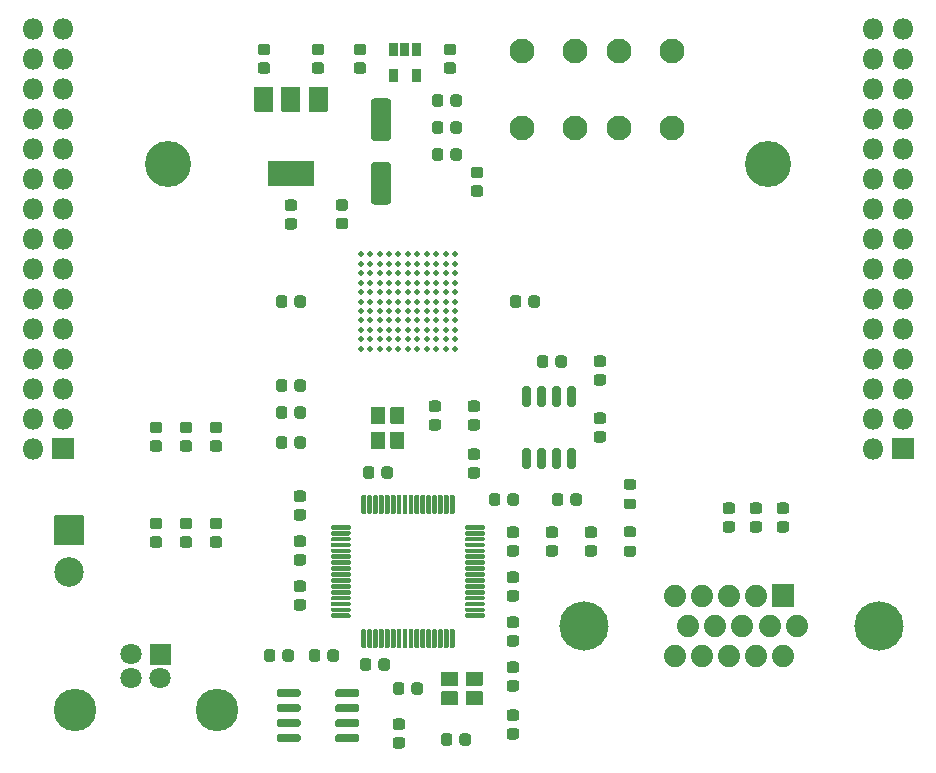
<source format=gbr>
G04 #@! TF.GenerationSoftware,KiCad,Pcbnew,(5.1.9-0-10_14)*
G04 #@! TF.CreationDate,2021-04-14T19:06:18-04:00*
G04 #@! TF.ProjectId,delux pet on a chip,64656c75-7820-4706-9574-206f6e206120,rev?*
G04 #@! TF.SameCoordinates,Original*
G04 #@! TF.FileFunction,Soldermask,Top*
G04 #@! TF.FilePolarity,Negative*
%FSLAX46Y46*%
G04 Gerber Fmt 4.6, Leading zero omitted, Abs format (unit mm)*
G04 Created by KiCad (PCBNEW (5.1.9-0-10_14)) date 2021-04-14 19:06:18*
%MOMM*%
%LPD*%
G01*
G04 APERTURE LIST*
%ADD10O,1.800000X1.800000*%
%ADD11C,3.897300*%
%ADD12C,3.600000*%
%ADD13C,1.800000*%
%ADD14C,2.100000*%
%ADD15C,0.500000*%
%ADD16C,2.500000*%
%ADD17C,4.165999*%
%ADD18C,1.885000*%
G04 APERTURE END LIST*
G36*
G01*
X128316000Y-129219000D02*
X127716000Y-129219000D01*
G75*
G02*
X127491000Y-128994000I0J225000D01*
G01*
X127491000Y-128544000D01*
G75*
G02*
X127716000Y-128319000I225000J0D01*
G01*
X128316000Y-128319000D01*
G75*
G02*
X128541000Y-128544000I0J-225000D01*
G01*
X128541000Y-128994000D01*
G75*
G02*
X128316000Y-129219000I-225000J0D01*
G01*
G37*
G36*
G01*
X128316000Y-130869000D02*
X127716000Y-130869000D01*
G75*
G02*
X127491000Y-130644000I0J225000D01*
G01*
X127491000Y-130194000D01*
G75*
G02*
X127716000Y-129969000I225000J0D01*
G01*
X128316000Y-129969000D01*
G75*
G02*
X128541000Y-130194000I0J-225000D01*
G01*
X128541000Y-130644000D01*
G75*
G02*
X128316000Y-130869000I-225000J0D01*
G01*
G37*
G36*
G01*
X128316000Y-133229000D02*
X127716000Y-133229000D01*
G75*
G02*
X127491000Y-133004000I0J225000D01*
G01*
X127491000Y-132554000D01*
G75*
G02*
X127716000Y-132329000I225000J0D01*
G01*
X128316000Y-132329000D01*
G75*
G02*
X128541000Y-132554000I0J-225000D01*
G01*
X128541000Y-133004000D01*
G75*
G02*
X128316000Y-133229000I-225000J0D01*
G01*
G37*
G36*
G01*
X128316000Y-134879000D02*
X127716000Y-134879000D01*
G75*
G02*
X127491000Y-134654000I0J225000D01*
G01*
X127491000Y-134204000D01*
G75*
G02*
X127716000Y-133979000I225000J0D01*
G01*
X128316000Y-133979000D01*
G75*
G02*
X128541000Y-134204000I0J-225000D01*
G01*
X128541000Y-134654000D01*
G75*
G02*
X128316000Y-134879000I-225000J0D01*
G01*
G37*
G36*
G01*
X152030000Y-124880000D02*
X152030000Y-126580000D01*
G75*
G02*
X151980000Y-126630000I-50000J0D01*
G01*
X150280000Y-126630000D01*
G75*
G02*
X150230000Y-126580000I0J50000D01*
G01*
X150230000Y-124880000D01*
G75*
G02*
X150280000Y-124830000I50000J0D01*
G01*
X151980000Y-124830000D01*
G75*
G02*
X152030000Y-124880000I0J-50000D01*
G01*
G37*
D10*
X148590000Y-125730000D03*
X151130000Y-123190000D03*
X148590000Y-123190000D03*
X151130000Y-120650000D03*
X148590000Y-120650000D03*
X151130000Y-118110000D03*
X148590000Y-118110000D03*
X151130000Y-115570000D03*
X148590000Y-115570000D03*
X151130000Y-113030000D03*
X148590000Y-113030000D03*
X151130000Y-110490000D03*
X148590000Y-110490000D03*
X151130000Y-107950000D03*
X148590000Y-107950000D03*
X151130000Y-105410000D03*
X148590000Y-105410000D03*
X151130000Y-102870000D03*
X148590000Y-102870000D03*
X151130000Y-100330000D03*
X148590000Y-100330000D03*
X151130000Y-97790000D03*
X148590000Y-97790000D03*
X151130000Y-95250000D03*
X148590000Y-95250000D03*
X151130000Y-92710000D03*
X148590000Y-92710000D03*
X151130000Y-90170000D03*
X148590000Y-90170000D03*
X77470000Y-90170000D03*
X80010000Y-90170000D03*
X77470000Y-92710000D03*
X80010000Y-92710000D03*
X77470000Y-95250000D03*
X80010000Y-95250000D03*
X77470000Y-97790000D03*
X80010000Y-97790000D03*
X77470000Y-100330000D03*
X80010000Y-100330000D03*
X77470000Y-102870000D03*
X80010000Y-102870000D03*
X77470000Y-105410000D03*
X80010000Y-105410000D03*
X77470000Y-107950000D03*
X80010000Y-107950000D03*
X77470000Y-110490000D03*
X80010000Y-110490000D03*
X77470000Y-113030000D03*
X80010000Y-113030000D03*
X77470000Y-115570000D03*
X80010000Y-115570000D03*
X77470000Y-118110000D03*
X80010000Y-118110000D03*
X77470000Y-120650000D03*
X80010000Y-120650000D03*
X77470000Y-123190000D03*
X80010000Y-123190000D03*
X77470000Y-125730000D03*
G36*
G01*
X80910000Y-124880000D02*
X80910000Y-126580000D01*
G75*
G02*
X80860000Y-126630000I-50000J0D01*
G01*
X79160000Y-126630000D01*
G75*
G02*
X79110000Y-126580000I0J50000D01*
G01*
X79110000Y-124880000D01*
G75*
G02*
X79160000Y-124830000I50000J0D01*
G01*
X80860000Y-124830000D01*
G75*
G02*
X80910000Y-124880000I0J-50000D01*
G01*
G37*
G36*
G01*
X107518375Y-99684000D02*
X106349625Y-99684000D01*
G75*
G02*
X106084000Y-99418375I0J265625D01*
G01*
X106084000Y-96349625D01*
G75*
G02*
X106349625Y-96084000I265625J0D01*
G01*
X107518375Y-96084000D01*
G75*
G02*
X107784000Y-96349625I0J-265625D01*
G01*
X107784000Y-99418375D01*
G75*
G02*
X107518375Y-99684000I-265625J0D01*
G01*
G37*
G36*
G01*
X107518375Y-105084000D02*
X106349625Y-105084000D01*
G75*
G02*
X106084000Y-104818375I0J265625D01*
G01*
X106084000Y-101749625D01*
G75*
G02*
X106349625Y-101484000I265625J0D01*
G01*
X107518375Y-101484000D01*
G75*
G02*
X107784000Y-101749625I0J-265625D01*
G01*
X107784000Y-104818375D01*
G75*
G02*
X107518375Y-105084000I-265625J0D01*
G01*
G37*
G36*
G01*
X100357250Y-134066000D02*
X99794750Y-134066000D01*
G75*
G02*
X99551000Y-133822250I0J243750D01*
G01*
X99551000Y-133334750D01*
G75*
G02*
X99794750Y-133091000I243750J0D01*
G01*
X100357250Y-133091000D01*
G75*
G02*
X100601000Y-133334750I0J-243750D01*
G01*
X100601000Y-133822250D01*
G75*
G02*
X100357250Y-134066000I-243750J0D01*
G01*
G37*
G36*
G01*
X100357250Y-135641000D02*
X99794750Y-135641000D01*
G75*
G02*
X99551000Y-135397250I0J243750D01*
G01*
X99551000Y-134909750D01*
G75*
G02*
X99794750Y-134666000I243750J0D01*
G01*
X100357250Y-134666000D01*
G75*
G02*
X100601000Y-134909750I0J-243750D01*
G01*
X100601000Y-135397250D01*
G75*
G02*
X100357250Y-135641000I-243750J0D01*
G01*
G37*
D11*
X139700000Y-101600000D03*
X88900000Y-101600000D03*
G36*
G01*
X121693250Y-134879000D02*
X121130750Y-134879000D01*
G75*
G02*
X120887000Y-134635250I0J243750D01*
G01*
X120887000Y-134147750D01*
G75*
G02*
X121130750Y-133904000I243750J0D01*
G01*
X121693250Y-133904000D01*
G75*
G02*
X121937000Y-134147750I0J-243750D01*
G01*
X121937000Y-134635250D01*
G75*
G02*
X121693250Y-134879000I-243750J0D01*
G01*
G37*
G36*
G01*
X121693250Y-133304000D02*
X121130750Y-133304000D01*
G75*
G02*
X120887000Y-133060250I0J243750D01*
G01*
X120887000Y-132572750D01*
G75*
G02*
X121130750Y-132329000I243750J0D01*
G01*
X121693250Y-132329000D01*
G75*
G02*
X121937000Y-132572750I0J-243750D01*
G01*
X121937000Y-133060250D01*
G75*
G02*
X121693250Y-133304000I-243750J0D01*
G01*
G37*
D12*
X80995000Y-147864400D03*
X93035000Y-147864400D03*
D13*
X88265000Y-145154400D03*
X85765000Y-145154400D03*
X85765000Y-143154400D03*
G36*
G01*
X87415000Y-142254400D02*
X89115000Y-142254400D01*
G75*
G02*
X89165000Y-142304400I0J-50000D01*
G01*
X89165000Y-144004400D01*
G75*
G02*
X89115000Y-144054400I-50000J0D01*
G01*
X87415000Y-144054400D01*
G75*
G02*
X87365000Y-144004400I0J50000D01*
G01*
X87365000Y-142304400D01*
G75*
G02*
X87415000Y-142254400I50000J0D01*
G01*
G37*
D14*
X123372000Y-98552000D03*
X118872000Y-98552000D03*
X123372000Y-92052000D03*
X118872000Y-92052000D03*
G36*
G01*
X115720000Y-139794000D02*
X115720000Y-139994000D01*
G75*
G02*
X115620000Y-140094000I-100000J0D01*
G01*
X114170000Y-140094000D01*
G75*
G02*
X114070000Y-139994000I0J100000D01*
G01*
X114070000Y-139794000D01*
G75*
G02*
X114170000Y-139694000I100000J0D01*
G01*
X115620000Y-139694000D01*
G75*
G02*
X115720000Y-139794000I0J-100000D01*
G01*
G37*
G36*
G01*
X115720000Y-139294000D02*
X115720000Y-139494000D01*
G75*
G02*
X115620000Y-139594000I-100000J0D01*
G01*
X114170000Y-139594000D01*
G75*
G02*
X114070000Y-139494000I0J100000D01*
G01*
X114070000Y-139294000D01*
G75*
G02*
X114170000Y-139194000I100000J0D01*
G01*
X115620000Y-139194000D01*
G75*
G02*
X115720000Y-139294000I0J-100000D01*
G01*
G37*
G36*
G01*
X115720000Y-138794000D02*
X115720000Y-138994000D01*
G75*
G02*
X115620000Y-139094000I-100000J0D01*
G01*
X114170000Y-139094000D01*
G75*
G02*
X114070000Y-138994000I0J100000D01*
G01*
X114070000Y-138794000D01*
G75*
G02*
X114170000Y-138694000I100000J0D01*
G01*
X115620000Y-138694000D01*
G75*
G02*
X115720000Y-138794000I0J-100000D01*
G01*
G37*
G36*
G01*
X115720000Y-138294000D02*
X115720000Y-138494000D01*
G75*
G02*
X115620000Y-138594000I-100000J0D01*
G01*
X114170000Y-138594000D01*
G75*
G02*
X114070000Y-138494000I0J100000D01*
G01*
X114070000Y-138294000D01*
G75*
G02*
X114170000Y-138194000I100000J0D01*
G01*
X115620000Y-138194000D01*
G75*
G02*
X115720000Y-138294000I0J-100000D01*
G01*
G37*
G36*
G01*
X115720000Y-137794000D02*
X115720000Y-137994000D01*
G75*
G02*
X115620000Y-138094000I-100000J0D01*
G01*
X114170000Y-138094000D01*
G75*
G02*
X114070000Y-137994000I0J100000D01*
G01*
X114070000Y-137794000D01*
G75*
G02*
X114170000Y-137694000I100000J0D01*
G01*
X115620000Y-137694000D01*
G75*
G02*
X115720000Y-137794000I0J-100000D01*
G01*
G37*
G36*
G01*
X115720000Y-137294000D02*
X115720000Y-137494000D01*
G75*
G02*
X115620000Y-137594000I-100000J0D01*
G01*
X114170000Y-137594000D01*
G75*
G02*
X114070000Y-137494000I0J100000D01*
G01*
X114070000Y-137294000D01*
G75*
G02*
X114170000Y-137194000I100000J0D01*
G01*
X115620000Y-137194000D01*
G75*
G02*
X115720000Y-137294000I0J-100000D01*
G01*
G37*
G36*
G01*
X115720000Y-136794000D02*
X115720000Y-136994000D01*
G75*
G02*
X115620000Y-137094000I-100000J0D01*
G01*
X114170000Y-137094000D01*
G75*
G02*
X114070000Y-136994000I0J100000D01*
G01*
X114070000Y-136794000D01*
G75*
G02*
X114170000Y-136694000I100000J0D01*
G01*
X115620000Y-136694000D01*
G75*
G02*
X115720000Y-136794000I0J-100000D01*
G01*
G37*
G36*
G01*
X115720000Y-136294000D02*
X115720000Y-136494000D01*
G75*
G02*
X115620000Y-136594000I-100000J0D01*
G01*
X114170000Y-136594000D01*
G75*
G02*
X114070000Y-136494000I0J100000D01*
G01*
X114070000Y-136294000D01*
G75*
G02*
X114170000Y-136194000I100000J0D01*
G01*
X115620000Y-136194000D01*
G75*
G02*
X115720000Y-136294000I0J-100000D01*
G01*
G37*
G36*
G01*
X115720000Y-135794000D02*
X115720000Y-135994000D01*
G75*
G02*
X115620000Y-136094000I-100000J0D01*
G01*
X114170000Y-136094000D01*
G75*
G02*
X114070000Y-135994000I0J100000D01*
G01*
X114070000Y-135794000D01*
G75*
G02*
X114170000Y-135694000I100000J0D01*
G01*
X115620000Y-135694000D01*
G75*
G02*
X115720000Y-135794000I0J-100000D01*
G01*
G37*
G36*
G01*
X115720000Y-135294000D02*
X115720000Y-135494000D01*
G75*
G02*
X115620000Y-135594000I-100000J0D01*
G01*
X114170000Y-135594000D01*
G75*
G02*
X114070000Y-135494000I0J100000D01*
G01*
X114070000Y-135294000D01*
G75*
G02*
X114170000Y-135194000I100000J0D01*
G01*
X115620000Y-135194000D01*
G75*
G02*
X115720000Y-135294000I0J-100000D01*
G01*
G37*
G36*
G01*
X115720000Y-134794000D02*
X115720000Y-134994000D01*
G75*
G02*
X115620000Y-135094000I-100000J0D01*
G01*
X114170000Y-135094000D01*
G75*
G02*
X114070000Y-134994000I0J100000D01*
G01*
X114070000Y-134794000D01*
G75*
G02*
X114170000Y-134694000I100000J0D01*
G01*
X115620000Y-134694000D01*
G75*
G02*
X115720000Y-134794000I0J-100000D01*
G01*
G37*
G36*
G01*
X115720000Y-134294000D02*
X115720000Y-134494000D01*
G75*
G02*
X115620000Y-134594000I-100000J0D01*
G01*
X114170000Y-134594000D01*
G75*
G02*
X114070000Y-134494000I0J100000D01*
G01*
X114070000Y-134294000D01*
G75*
G02*
X114170000Y-134194000I100000J0D01*
G01*
X115620000Y-134194000D01*
G75*
G02*
X115720000Y-134294000I0J-100000D01*
G01*
G37*
G36*
G01*
X115720000Y-133794000D02*
X115720000Y-133994000D01*
G75*
G02*
X115620000Y-134094000I-100000J0D01*
G01*
X114170000Y-134094000D01*
G75*
G02*
X114070000Y-133994000I0J100000D01*
G01*
X114070000Y-133794000D01*
G75*
G02*
X114170000Y-133694000I100000J0D01*
G01*
X115620000Y-133694000D01*
G75*
G02*
X115720000Y-133794000I0J-100000D01*
G01*
G37*
G36*
G01*
X115720000Y-133294000D02*
X115720000Y-133494000D01*
G75*
G02*
X115620000Y-133594000I-100000J0D01*
G01*
X114170000Y-133594000D01*
G75*
G02*
X114070000Y-133494000I0J100000D01*
G01*
X114070000Y-133294000D01*
G75*
G02*
X114170000Y-133194000I100000J0D01*
G01*
X115620000Y-133194000D01*
G75*
G02*
X115720000Y-133294000I0J-100000D01*
G01*
G37*
G36*
G01*
X115720000Y-132794000D02*
X115720000Y-132994000D01*
G75*
G02*
X115620000Y-133094000I-100000J0D01*
G01*
X114170000Y-133094000D01*
G75*
G02*
X114070000Y-132994000I0J100000D01*
G01*
X114070000Y-132794000D01*
G75*
G02*
X114170000Y-132694000I100000J0D01*
G01*
X115620000Y-132694000D01*
G75*
G02*
X115720000Y-132794000I0J-100000D01*
G01*
G37*
G36*
G01*
X115720000Y-132294000D02*
X115720000Y-132494000D01*
G75*
G02*
X115620000Y-132594000I-100000J0D01*
G01*
X114170000Y-132594000D01*
G75*
G02*
X114070000Y-132494000I0J100000D01*
G01*
X114070000Y-132294000D01*
G75*
G02*
X114170000Y-132194000I100000J0D01*
G01*
X115620000Y-132194000D01*
G75*
G02*
X115720000Y-132294000I0J-100000D01*
G01*
G37*
G36*
G01*
X113170000Y-129744000D02*
X113170000Y-131194000D01*
G75*
G02*
X113070000Y-131294000I-100000J0D01*
G01*
X112870000Y-131294000D01*
G75*
G02*
X112770000Y-131194000I0J100000D01*
G01*
X112770000Y-129744000D01*
G75*
G02*
X112870000Y-129644000I100000J0D01*
G01*
X113070000Y-129644000D01*
G75*
G02*
X113170000Y-129744000I0J-100000D01*
G01*
G37*
G36*
G01*
X112670000Y-129744000D02*
X112670000Y-131194000D01*
G75*
G02*
X112570000Y-131294000I-100000J0D01*
G01*
X112370000Y-131294000D01*
G75*
G02*
X112270000Y-131194000I0J100000D01*
G01*
X112270000Y-129744000D01*
G75*
G02*
X112370000Y-129644000I100000J0D01*
G01*
X112570000Y-129644000D01*
G75*
G02*
X112670000Y-129744000I0J-100000D01*
G01*
G37*
G36*
G01*
X112170000Y-129744000D02*
X112170000Y-131194000D01*
G75*
G02*
X112070000Y-131294000I-100000J0D01*
G01*
X111870000Y-131294000D01*
G75*
G02*
X111770000Y-131194000I0J100000D01*
G01*
X111770000Y-129744000D01*
G75*
G02*
X111870000Y-129644000I100000J0D01*
G01*
X112070000Y-129644000D01*
G75*
G02*
X112170000Y-129744000I0J-100000D01*
G01*
G37*
G36*
G01*
X111670000Y-129744000D02*
X111670000Y-131194000D01*
G75*
G02*
X111570000Y-131294000I-100000J0D01*
G01*
X111370000Y-131294000D01*
G75*
G02*
X111270000Y-131194000I0J100000D01*
G01*
X111270000Y-129744000D01*
G75*
G02*
X111370000Y-129644000I100000J0D01*
G01*
X111570000Y-129644000D01*
G75*
G02*
X111670000Y-129744000I0J-100000D01*
G01*
G37*
G36*
G01*
X111170000Y-129744000D02*
X111170000Y-131194000D01*
G75*
G02*
X111070000Y-131294000I-100000J0D01*
G01*
X110870000Y-131294000D01*
G75*
G02*
X110770000Y-131194000I0J100000D01*
G01*
X110770000Y-129744000D01*
G75*
G02*
X110870000Y-129644000I100000J0D01*
G01*
X111070000Y-129644000D01*
G75*
G02*
X111170000Y-129744000I0J-100000D01*
G01*
G37*
G36*
G01*
X110670000Y-129744000D02*
X110670000Y-131194000D01*
G75*
G02*
X110570000Y-131294000I-100000J0D01*
G01*
X110370000Y-131294000D01*
G75*
G02*
X110270000Y-131194000I0J100000D01*
G01*
X110270000Y-129744000D01*
G75*
G02*
X110370000Y-129644000I100000J0D01*
G01*
X110570000Y-129644000D01*
G75*
G02*
X110670000Y-129744000I0J-100000D01*
G01*
G37*
G36*
G01*
X110170000Y-129744000D02*
X110170000Y-131194000D01*
G75*
G02*
X110070000Y-131294000I-100000J0D01*
G01*
X109870000Y-131294000D01*
G75*
G02*
X109770000Y-131194000I0J100000D01*
G01*
X109770000Y-129744000D01*
G75*
G02*
X109870000Y-129644000I100000J0D01*
G01*
X110070000Y-129644000D01*
G75*
G02*
X110170000Y-129744000I0J-100000D01*
G01*
G37*
G36*
G01*
X109670000Y-129744000D02*
X109670000Y-131194000D01*
G75*
G02*
X109570000Y-131294000I-100000J0D01*
G01*
X109370000Y-131294000D01*
G75*
G02*
X109270000Y-131194000I0J100000D01*
G01*
X109270000Y-129744000D01*
G75*
G02*
X109370000Y-129644000I100000J0D01*
G01*
X109570000Y-129644000D01*
G75*
G02*
X109670000Y-129744000I0J-100000D01*
G01*
G37*
G36*
G01*
X109170000Y-129744000D02*
X109170000Y-131194000D01*
G75*
G02*
X109070000Y-131294000I-100000J0D01*
G01*
X108870000Y-131294000D01*
G75*
G02*
X108770000Y-131194000I0J100000D01*
G01*
X108770000Y-129744000D01*
G75*
G02*
X108870000Y-129644000I100000J0D01*
G01*
X109070000Y-129644000D01*
G75*
G02*
X109170000Y-129744000I0J-100000D01*
G01*
G37*
G36*
G01*
X108670000Y-129744000D02*
X108670000Y-131194000D01*
G75*
G02*
X108570000Y-131294000I-100000J0D01*
G01*
X108370000Y-131294000D01*
G75*
G02*
X108270000Y-131194000I0J100000D01*
G01*
X108270000Y-129744000D01*
G75*
G02*
X108370000Y-129644000I100000J0D01*
G01*
X108570000Y-129644000D01*
G75*
G02*
X108670000Y-129744000I0J-100000D01*
G01*
G37*
G36*
G01*
X108170000Y-129744000D02*
X108170000Y-131194000D01*
G75*
G02*
X108070000Y-131294000I-100000J0D01*
G01*
X107870000Y-131294000D01*
G75*
G02*
X107770000Y-131194000I0J100000D01*
G01*
X107770000Y-129744000D01*
G75*
G02*
X107870000Y-129644000I100000J0D01*
G01*
X108070000Y-129644000D01*
G75*
G02*
X108170000Y-129744000I0J-100000D01*
G01*
G37*
G36*
G01*
X107670000Y-129744000D02*
X107670000Y-131194000D01*
G75*
G02*
X107570000Y-131294000I-100000J0D01*
G01*
X107370000Y-131294000D01*
G75*
G02*
X107270000Y-131194000I0J100000D01*
G01*
X107270000Y-129744000D01*
G75*
G02*
X107370000Y-129644000I100000J0D01*
G01*
X107570000Y-129644000D01*
G75*
G02*
X107670000Y-129744000I0J-100000D01*
G01*
G37*
G36*
G01*
X107170000Y-129744000D02*
X107170000Y-131194000D01*
G75*
G02*
X107070000Y-131294000I-100000J0D01*
G01*
X106870000Y-131294000D01*
G75*
G02*
X106770000Y-131194000I0J100000D01*
G01*
X106770000Y-129744000D01*
G75*
G02*
X106870000Y-129644000I100000J0D01*
G01*
X107070000Y-129644000D01*
G75*
G02*
X107170000Y-129744000I0J-100000D01*
G01*
G37*
G36*
G01*
X106670000Y-129744000D02*
X106670000Y-131194000D01*
G75*
G02*
X106570000Y-131294000I-100000J0D01*
G01*
X106370000Y-131294000D01*
G75*
G02*
X106270000Y-131194000I0J100000D01*
G01*
X106270000Y-129744000D01*
G75*
G02*
X106370000Y-129644000I100000J0D01*
G01*
X106570000Y-129644000D01*
G75*
G02*
X106670000Y-129744000I0J-100000D01*
G01*
G37*
G36*
G01*
X106170000Y-129744000D02*
X106170000Y-131194000D01*
G75*
G02*
X106070000Y-131294000I-100000J0D01*
G01*
X105870000Y-131294000D01*
G75*
G02*
X105770000Y-131194000I0J100000D01*
G01*
X105770000Y-129744000D01*
G75*
G02*
X105870000Y-129644000I100000J0D01*
G01*
X106070000Y-129644000D01*
G75*
G02*
X106170000Y-129744000I0J-100000D01*
G01*
G37*
G36*
G01*
X105670000Y-129744000D02*
X105670000Y-131194000D01*
G75*
G02*
X105570000Y-131294000I-100000J0D01*
G01*
X105370000Y-131294000D01*
G75*
G02*
X105270000Y-131194000I0J100000D01*
G01*
X105270000Y-129744000D01*
G75*
G02*
X105370000Y-129644000I100000J0D01*
G01*
X105570000Y-129644000D01*
G75*
G02*
X105670000Y-129744000I0J-100000D01*
G01*
G37*
G36*
G01*
X104370000Y-132294000D02*
X104370000Y-132494000D01*
G75*
G02*
X104270000Y-132594000I-100000J0D01*
G01*
X102820000Y-132594000D01*
G75*
G02*
X102720000Y-132494000I0J100000D01*
G01*
X102720000Y-132294000D01*
G75*
G02*
X102820000Y-132194000I100000J0D01*
G01*
X104270000Y-132194000D01*
G75*
G02*
X104370000Y-132294000I0J-100000D01*
G01*
G37*
G36*
G01*
X104370000Y-132794000D02*
X104370000Y-132994000D01*
G75*
G02*
X104270000Y-133094000I-100000J0D01*
G01*
X102820000Y-133094000D01*
G75*
G02*
X102720000Y-132994000I0J100000D01*
G01*
X102720000Y-132794000D01*
G75*
G02*
X102820000Y-132694000I100000J0D01*
G01*
X104270000Y-132694000D01*
G75*
G02*
X104370000Y-132794000I0J-100000D01*
G01*
G37*
G36*
G01*
X104370000Y-133294000D02*
X104370000Y-133494000D01*
G75*
G02*
X104270000Y-133594000I-100000J0D01*
G01*
X102820000Y-133594000D01*
G75*
G02*
X102720000Y-133494000I0J100000D01*
G01*
X102720000Y-133294000D01*
G75*
G02*
X102820000Y-133194000I100000J0D01*
G01*
X104270000Y-133194000D01*
G75*
G02*
X104370000Y-133294000I0J-100000D01*
G01*
G37*
G36*
G01*
X104370000Y-133794000D02*
X104370000Y-133994000D01*
G75*
G02*
X104270000Y-134094000I-100000J0D01*
G01*
X102820000Y-134094000D01*
G75*
G02*
X102720000Y-133994000I0J100000D01*
G01*
X102720000Y-133794000D01*
G75*
G02*
X102820000Y-133694000I100000J0D01*
G01*
X104270000Y-133694000D01*
G75*
G02*
X104370000Y-133794000I0J-100000D01*
G01*
G37*
G36*
G01*
X104370000Y-134294000D02*
X104370000Y-134494000D01*
G75*
G02*
X104270000Y-134594000I-100000J0D01*
G01*
X102820000Y-134594000D01*
G75*
G02*
X102720000Y-134494000I0J100000D01*
G01*
X102720000Y-134294000D01*
G75*
G02*
X102820000Y-134194000I100000J0D01*
G01*
X104270000Y-134194000D01*
G75*
G02*
X104370000Y-134294000I0J-100000D01*
G01*
G37*
G36*
G01*
X104370000Y-134794000D02*
X104370000Y-134994000D01*
G75*
G02*
X104270000Y-135094000I-100000J0D01*
G01*
X102820000Y-135094000D01*
G75*
G02*
X102720000Y-134994000I0J100000D01*
G01*
X102720000Y-134794000D01*
G75*
G02*
X102820000Y-134694000I100000J0D01*
G01*
X104270000Y-134694000D01*
G75*
G02*
X104370000Y-134794000I0J-100000D01*
G01*
G37*
G36*
G01*
X104370000Y-135294000D02*
X104370000Y-135494000D01*
G75*
G02*
X104270000Y-135594000I-100000J0D01*
G01*
X102820000Y-135594000D01*
G75*
G02*
X102720000Y-135494000I0J100000D01*
G01*
X102720000Y-135294000D01*
G75*
G02*
X102820000Y-135194000I100000J0D01*
G01*
X104270000Y-135194000D01*
G75*
G02*
X104370000Y-135294000I0J-100000D01*
G01*
G37*
G36*
G01*
X104370000Y-135794000D02*
X104370000Y-135994000D01*
G75*
G02*
X104270000Y-136094000I-100000J0D01*
G01*
X102820000Y-136094000D01*
G75*
G02*
X102720000Y-135994000I0J100000D01*
G01*
X102720000Y-135794000D01*
G75*
G02*
X102820000Y-135694000I100000J0D01*
G01*
X104270000Y-135694000D01*
G75*
G02*
X104370000Y-135794000I0J-100000D01*
G01*
G37*
G36*
G01*
X104370000Y-136294000D02*
X104370000Y-136494000D01*
G75*
G02*
X104270000Y-136594000I-100000J0D01*
G01*
X102820000Y-136594000D01*
G75*
G02*
X102720000Y-136494000I0J100000D01*
G01*
X102720000Y-136294000D01*
G75*
G02*
X102820000Y-136194000I100000J0D01*
G01*
X104270000Y-136194000D01*
G75*
G02*
X104370000Y-136294000I0J-100000D01*
G01*
G37*
G36*
G01*
X104370000Y-136794000D02*
X104370000Y-136994000D01*
G75*
G02*
X104270000Y-137094000I-100000J0D01*
G01*
X102820000Y-137094000D01*
G75*
G02*
X102720000Y-136994000I0J100000D01*
G01*
X102720000Y-136794000D01*
G75*
G02*
X102820000Y-136694000I100000J0D01*
G01*
X104270000Y-136694000D01*
G75*
G02*
X104370000Y-136794000I0J-100000D01*
G01*
G37*
G36*
G01*
X104370000Y-137294000D02*
X104370000Y-137494000D01*
G75*
G02*
X104270000Y-137594000I-100000J0D01*
G01*
X102820000Y-137594000D01*
G75*
G02*
X102720000Y-137494000I0J100000D01*
G01*
X102720000Y-137294000D01*
G75*
G02*
X102820000Y-137194000I100000J0D01*
G01*
X104270000Y-137194000D01*
G75*
G02*
X104370000Y-137294000I0J-100000D01*
G01*
G37*
G36*
G01*
X104370000Y-137794000D02*
X104370000Y-137994000D01*
G75*
G02*
X104270000Y-138094000I-100000J0D01*
G01*
X102820000Y-138094000D01*
G75*
G02*
X102720000Y-137994000I0J100000D01*
G01*
X102720000Y-137794000D01*
G75*
G02*
X102820000Y-137694000I100000J0D01*
G01*
X104270000Y-137694000D01*
G75*
G02*
X104370000Y-137794000I0J-100000D01*
G01*
G37*
G36*
G01*
X104370000Y-138294000D02*
X104370000Y-138494000D01*
G75*
G02*
X104270000Y-138594000I-100000J0D01*
G01*
X102820000Y-138594000D01*
G75*
G02*
X102720000Y-138494000I0J100000D01*
G01*
X102720000Y-138294000D01*
G75*
G02*
X102820000Y-138194000I100000J0D01*
G01*
X104270000Y-138194000D01*
G75*
G02*
X104370000Y-138294000I0J-100000D01*
G01*
G37*
G36*
G01*
X104370000Y-138794000D02*
X104370000Y-138994000D01*
G75*
G02*
X104270000Y-139094000I-100000J0D01*
G01*
X102820000Y-139094000D01*
G75*
G02*
X102720000Y-138994000I0J100000D01*
G01*
X102720000Y-138794000D01*
G75*
G02*
X102820000Y-138694000I100000J0D01*
G01*
X104270000Y-138694000D01*
G75*
G02*
X104370000Y-138794000I0J-100000D01*
G01*
G37*
G36*
G01*
X104370000Y-139294000D02*
X104370000Y-139494000D01*
G75*
G02*
X104270000Y-139594000I-100000J0D01*
G01*
X102820000Y-139594000D01*
G75*
G02*
X102720000Y-139494000I0J100000D01*
G01*
X102720000Y-139294000D01*
G75*
G02*
X102820000Y-139194000I100000J0D01*
G01*
X104270000Y-139194000D01*
G75*
G02*
X104370000Y-139294000I0J-100000D01*
G01*
G37*
G36*
G01*
X104370000Y-139794000D02*
X104370000Y-139994000D01*
G75*
G02*
X104270000Y-140094000I-100000J0D01*
G01*
X102820000Y-140094000D01*
G75*
G02*
X102720000Y-139994000I0J100000D01*
G01*
X102720000Y-139794000D01*
G75*
G02*
X102820000Y-139694000I100000J0D01*
G01*
X104270000Y-139694000D01*
G75*
G02*
X104370000Y-139794000I0J-100000D01*
G01*
G37*
G36*
G01*
X105670000Y-141094000D02*
X105670000Y-142544000D01*
G75*
G02*
X105570000Y-142644000I-100000J0D01*
G01*
X105370000Y-142644000D01*
G75*
G02*
X105270000Y-142544000I0J100000D01*
G01*
X105270000Y-141094000D01*
G75*
G02*
X105370000Y-140994000I100000J0D01*
G01*
X105570000Y-140994000D01*
G75*
G02*
X105670000Y-141094000I0J-100000D01*
G01*
G37*
G36*
G01*
X106170000Y-141094000D02*
X106170000Y-142544000D01*
G75*
G02*
X106070000Y-142644000I-100000J0D01*
G01*
X105870000Y-142644000D01*
G75*
G02*
X105770000Y-142544000I0J100000D01*
G01*
X105770000Y-141094000D01*
G75*
G02*
X105870000Y-140994000I100000J0D01*
G01*
X106070000Y-140994000D01*
G75*
G02*
X106170000Y-141094000I0J-100000D01*
G01*
G37*
G36*
G01*
X106670000Y-141094000D02*
X106670000Y-142544000D01*
G75*
G02*
X106570000Y-142644000I-100000J0D01*
G01*
X106370000Y-142644000D01*
G75*
G02*
X106270000Y-142544000I0J100000D01*
G01*
X106270000Y-141094000D01*
G75*
G02*
X106370000Y-140994000I100000J0D01*
G01*
X106570000Y-140994000D01*
G75*
G02*
X106670000Y-141094000I0J-100000D01*
G01*
G37*
G36*
G01*
X107170000Y-141094000D02*
X107170000Y-142544000D01*
G75*
G02*
X107070000Y-142644000I-100000J0D01*
G01*
X106870000Y-142644000D01*
G75*
G02*
X106770000Y-142544000I0J100000D01*
G01*
X106770000Y-141094000D01*
G75*
G02*
X106870000Y-140994000I100000J0D01*
G01*
X107070000Y-140994000D01*
G75*
G02*
X107170000Y-141094000I0J-100000D01*
G01*
G37*
G36*
G01*
X107670000Y-141094000D02*
X107670000Y-142544000D01*
G75*
G02*
X107570000Y-142644000I-100000J0D01*
G01*
X107370000Y-142644000D01*
G75*
G02*
X107270000Y-142544000I0J100000D01*
G01*
X107270000Y-141094000D01*
G75*
G02*
X107370000Y-140994000I100000J0D01*
G01*
X107570000Y-140994000D01*
G75*
G02*
X107670000Y-141094000I0J-100000D01*
G01*
G37*
G36*
G01*
X108170000Y-141094000D02*
X108170000Y-142544000D01*
G75*
G02*
X108070000Y-142644000I-100000J0D01*
G01*
X107870000Y-142644000D01*
G75*
G02*
X107770000Y-142544000I0J100000D01*
G01*
X107770000Y-141094000D01*
G75*
G02*
X107870000Y-140994000I100000J0D01*
G01*
X108070000Y-140994000D01*
G75*
G02*
X108170000Y-141094000I0J-100000D01*
G01*
G37*
G36*
G01*
X108670000Y-141094000D02*
X108670000Y-142544000D01*
G75*
G02*
X108570000Y-142644000I-100000J0D01*
G01*
X108370000Y-142644000D01*
G75*
G02*
X108270000Y-142544000I0J100000D01*
G01*
X108270000Y-141094000D01*
G75*
G02*
X108370000Y-140994000I100000J0D01*
G01*
X108570000Y-140994000D01*
G75*
G02*
X108670000Y-141094000I0J-100000D01*
G01*
G37*
G36*
G01*
X109170000Y-141094000D02*
X109170000Y-142544000D01*
G75*
G02*
X109070000Y-142644000I-100000J0D01*
G01*
X108870000Y-142644000D01*
G75*
G02*
X108770000Y-142544000I0J100000D01*
G01*
X108770000Y-141094000D01*
G75*
G02*
X108870000Y-140994000I100000J0D01*
G01*
X109070000Y-140994000D01*
G75*
G02*
X109170000Y-141094000I0J-100000D01*
G01*
G37*
G36*
G01*
X109670000Y-141094000D02*
X109670000Y-142544000D01*
G75*
G02*
X109570000Y-142644000I-100000J0D01*
G01*
X109370000Y-142644000D01*
G75*
G02*
X109270000Y-142544000I0J100000D01*
G01*
X109270000Y-141094000D01*
G75*
G02*
X109370000Y-140994000I100000J0D01*
G01*
X109570000Y-140994000D01*
G75*
G02*
X109670000Y-141094000I0J-100000D01*
G01*
G37*
G36*
G01*
X110170000Y-141094000D02*
X110170000Y-142544000D01*
G75*
G02*
X110070000Y-142644000I-100000J0D01*
G01*
X109870000Y-142644000D01*
G75*
G02*
X109770000Y-142544000I0J100000D01*
G01*
X109770000Y-141094000D01*
G75*
G02*
X109870000Y-140994000I100000J0D01*
G01*
X110070000Y-140994000D01*
G75*
G02*
X110170000Y-141094000I0J-100000D01*
G01*
G37*
G36*
G01*
X110670000Y-141094000D02*
X110670000Y-142544000D01*
G75*
G02*
X110570000Y-142644000I-100000J0D01*
G01*
X110370000Y-142644000D01*
G75*
G02*
X110270000Y-142544000I0J100000D01*
G01*
X110270000Y-141094000D01*
G75*
G02*
X110370000Y-140994000I100000J0D01*
G01*
X110570000Y-140994000D01*
G75*
G02*
X110670000Y-141094000I0J-100000D01*
G01*
G37*
G36*
G01*
X111170000Y-141094000D02*
X111170000Y-142544000D01*
G75*
G02*
X111070000Y-142644000I-100000J0D01*
G01*
X110870000Y-142644000D01*
G75*
G02*
X110770000Y-142544000I0J100000D01*
G01*
X110770000Y-141094000D01*
G75*
G02*
X110870000Y-140994000I100000J0D01*
G01*
X111070000Y-140994000D01*
G75*
G02*
X111170000Y-141094000I0J-100000D01*
G01*
G37*
G36*
G01*
X111670000Y-141094000D02*
X111670000Y-142544000D01*
G75*
G02*
X111570000Y-142644000I-100000J0D01*
G01*
X111370000Y-142644000D01*
G75*
G02*
X111270000Y-142544000I0J100000D01*
G01*
X111270000Y-141094000D01*
G75*
G02*
X111370000Y-140994000I100000J0D01*
G01*
X111570000Y-140994000D01*
G75*
G02*
X111670000Y-141094000I0J-100000D01*
G01*
G37*
G36*
G01*
X112170000Y-141094000D02*
X112170000Y-142544000D01*
G75*
G02*
X112070000Y-142644000I-100000J0D01*
G01*
X111870000Y-142644000D01*
G75*
G02*
X111770000Y-142544000I0J100000D01*
G01*
X111770000Y-141094000D01*
G75*
G02*
X111870000Y-140994000I100000J0D01*
G01*
X112070000Y-140994000D01*
G75*
G02*
X112170000Y-141094000I0J-100000D01*
G01*
G37*
G36*
G01*
X112670000Y-141094000D02*
X112670000Y-142544000D01*
G75*
G02*
X112570000Y-142644000I-100000J0D01*
G01*
X112370000Y-142644000D01*
G75*
G02*
X112270000Y-142544000I0J100000D01*
G01*
X112270000Y-141094000D01*
G75*
G02*
X112370000Y-140994000I100000J0D01*
G01*
X112570000Y-140994000D01*
G75*
G02*
X112670000Y-141094000I0J-100000D01*
G01*
G37*
G36*
G01*
X113170000Y-141094000D02*
X113170000Y-142544000D01*
G75*
G02*
X113070000Y-142644000I-100000J0D01*
G01*
X112870000Y-142644000D01*
G75*
G02*
X112770000Y-142544000I0J100000D01*
G01*
X112770000Y-141094000D01*
G75*
G02*
X112870000Y-140994000I100000J0D01*
G01*
X113070000Y-140994000D01*
G75*
G02*
X113170000Y-141094000I0J-100000D01*
G01*
G37*
G36*
G01*
X97414000Y-101414000D02*
X101214000Y-101414000D01*
G75*
G02*
X101264000Y-101464000I0J-50000D01*
G01*
X101264000Y-103464000D01*
G75*
G02*
X101214000Y-103514000I-50000J0D01*
G01*
X97414000Y-103514000D01*
G75*
G02*
X97364000Y-103464000I0J50000D01*
G01*
X97364000Y-101464000D01*
G75*
G02*
X97414000Y-101414000I50000J0D01*
G01*
G37*
G36*
G01*
X98564000Y-95114000D02*
X100064000Y-95114000D01*
G75*
G02*
X100114000Y-95164000I0J-50000D01*
G01*
X100114000Y-97164000D01*
G75*
G02*
X100064000Y-97214000I-50000J0D01*
G01*
X98564000Y-97214000D01*
G75*
G02*
X98514000Y-97164000I0J50000D01*
G01*
X98514000Y-95164000D01*
G75*
G02*
X98564000Y-95114000I50000J0D01*
G01*
G37*
G36*
G01*
X96264000Y-95114000D02*
X97764000Y-95114000D01*
G75*
G02*
X97814000Y-95164000I0J-50000D01*
G01*
X97814000Y-97164000D01*
G75*
G02*
X97764000Y-97214000I-50000J0D01*
G01*
X96264000Y-97214000D01*
G75*
G02*
X96214000Y-97164000I0J50000D01*
G01*
X96214000Y-95164000D01*
G75*
G02*
X96264000Y-95114000I50000J0D01*
G01*
G37*
G36*
G01*
X100864000Y-95114000D02*
X102364000Y-95114000D01*
G75*
G02*
X102414000Y-95164000I0J-50000D01*
G01*
X102414000Y-97164000D01*
G75*
G02*
X102364000Y-97214000I-50000J0D01*
G01*
X100864000Y-97214000D01*
G75*
G02*
X100814000Y-97164000I0J50000D01*
G01*
X100814000Y-95164000D01*
G75*
G02*
X100864000Y-95114000I50000J0D01*
G01*
G37*
G36*
G01*
X109591000Y-91368000D02*
X110241000Y-91368000D01*
G75*
G02*
X110291000Y-91418000I0J-50000D01*
G01*
X110291000Y-92478000D01*
G75*
G02*
X110241000Y-92528000I-50000J0D01*
G01*
X109591000Y-92528000D01*
G75*
G02*
X109541000Y-92478000I0J50000D01*
G01*
X109541000Y-91418000D01*
G75*
G02*
X109591000Y-91368000I50000J0D01*
G01*
G37*
G36*
G01*
X108641000Y-91368000D02*
X109291000Y-91368000D01*
G75*
G02*
X109341000Y-91418000I0J-50000D01*
G01*
X109341000Y-92478000D01*
G75*
G02*
X109291000Y-92528000I-50000J0D01*
G01*
X108641000Y-92528000D01*
G75*
G02*
X108591000Y-92478000I0J50000D01*
G01*
X108591000Y-91418000D01*
G75*
G02*
X108641000Y-91368000I50000J0D01*
G01*
G37*
G36*
G01*
X107691000Y-91368000D02*
X108341000Y-91368000D01*
G75*
G02*
X108391000Y-91418000I0J-50000D01*
G01*
X108391000Y-92478000D01*
G75*
G02*
X108341000Y-92528000I-50000J0D01*
G01*
X107691000Y-92528000D01*
G75*
G02*
X107641000Y-92478000I0J50000D01*
G01*
X107641000Y-91418000D01*
G75*
G02*
X107691000Y-91368000I50000J0D01*
G01*
G37*
G36*
G01*
X107691000Y-93568000D02*
X108341000Y-93568000D01*
G75*
G02*
X108391000Y-93618000I0J-50000D01*
G01*
X108391000Y-94678000D01*
G75*
G02*
X108341000Y-94728000I-50000J0D01*
G01*
X107691000Y-94728000D01*
G75*
G02*
X107641000Y-94678000I0J50000D01*
G01*
X107641000Y-93618000D01*
G75*
G02*
X107691000Y-93568000I50000J0D01*
G01*
G37*
G36*
G01*
X109591000Y-93568000D02*
X110241000Y-93568000D01*
G75*
G02*
X110291000Y-93618000I0J-50000D01*
G01*
X110291000Y-94678000D01*
G75*
G02*
X110241000Y-94728000I-50000J0D01*
G01*
X109591000Y-94728000D01*
G75*
G02*
X109541000Y-94678000I0J50000D01*
G01*
X109541000Y-93618000D01*
G75*
G02*
X109591000Y-93568000I50000J0D01*
G01*
G37*
G36*
G01*
X122888000Y-120452000D02*
X123238000Y-120452000D01*
G75*
G02*
X123413000Y-120627000I0J-175000D01*
G01*
X123413000Y-122027000D01*
G75*
G02*
X123238000Y-122202000I-175000J0D01*
G01*
X122888000Y-122202000D01*
G75*
G02*
X122713000Y-122027000I0J175000D01*
G01*
X122713000Y-120627000D01*
G75*
G02*
X122888000Y-120452000I175000J0D01*
G01*
G37*
G36*
G01*
X121618000Y-120452000D02*
X121968000Y-120452000D01*
G75*
G02*
X122143000Y-120627000I0J-175000D01*
G01*
X122143000Y-122027000D01*
G75*
G02*
X121968000Y-122202000I-175000J0D01*
G01*
X121618000Y-122202000D01*
G75*
G02*
X121443000Y-122027000I0J175000D01*
G01*
X121443000Y-120627000D01*
G75*
G02*
X121618000Y-120452000I175000J0D01*
G01*
G37*
G36*
G01*
X120348000Y-120452000D02*
X120698000Y-120452000D01*
G75*
G02*
X120873000Y-120627000I0J-175000D01*
G01*
X120873000Y-122027000D01*
G75*
G02*
X120698000Y-122202000I-175000J0D01*
G01*
X120348000Y-122202000D01*
G75*
G02*
X120173000Y-122027000I0J175000D01*
G01*
X120173000Y-120627000D01*
G75*
G02*
X120348000Y-120452000I175000J0D01*
G01*
G37*
G36*
G01*
X119078000Y-120452000D02*
X119428000Y-120452000D01*
G75*
G02*
X119603000Y-120627000I0J-175000D01*
G01*
X119603000Y-122027000D01*
G75*
G02*
X119428000Y-122202000I-175000J0D01*
G01*
X119078000Y-122202000D01*
G75*
G02*
X118903000Y-122027000I0J175000D01*
G01*
X118903000Y-120627000D01*
G75*
G02*
X119078000Y-120452000I175000J0D01*
G01*
G37*
G36*
G01*
X119078000Y-125702000D02*
X119428000Y-125702000D01*
G75*
G02*
X119603000Y-125877000I0J-175000D01*
G01*
X119603000Y-127277000D01*
G75*
G02*
X119428000Y-127452000I-175000J0D01*
G01*
X119078000Y-127452000D01*
G75*
G02*
X118903000Y-127277000I0J175000D01*
G01*
X118903000Y-125877000D01*
G75*
G02*
X119078000Y-125702000I175000J0D01*
G01*
G37*
G36*
G01*
X120348000Y-125702000D02*
X120698000Y-125702000D01*
G75*
G02*
X120873000Y-125877000I0J-175000D01*
G01*
X120873000Y-127277000D01*
G75*
G02*
X120698000Y-127452000I-175000J0D01*
G01*
X120348000Y-127452000D01*
G75*
G02*
X120173000Y-127277000I0J175000D01*
G01*
X120173000Y-125877000D01*
G75*
G02*
X120348000Y-125702000I175000J0D01*
G01*
G37*
G36*
G01*
X121618000Y-125702000D02*
X121968000Y-125702000D01*
G75*
G02*
X122143000Y-125877000I0J-175000D01*
G01*
X122143000Y-127277000D01*
G75*
G02*
X121968000Y-127452000I-175000J0D01*
G01*
X121618000Y-127452000D01*
G75*
G02*
X121443000Y-127277000I0J175000D01*
G01*
X121443000Y-125877000D01*
G75*
G02*
X121618000Y-125702000I175000J0D01*
G01*
G37*
G36*
G01*
X122888000Y-125702000D02*
X123238000Y-125702000D01*
G75*
G02*
X123413000Y-125877000I0J-175000D01*
G01*
X123413000Y-127277000D01*
G75*
G02*
X123238000Y-127452000I-175000J0D01*
G01*
X122888000Y-127452000D01*
G75*
G02*
X122713000Y-127277000I0J175000D01*
G01*
X122713000Y-125877000D01*
G75*
G02*
X122888000Y-125702000I175000J0D01*
G01*
G37*
D15*
X105220000Y-109284000D03*
X105220000Y-110084000D03*
X105220000Y-110884000D03*
X105220000Y-111684000D03*
X105220000Y-112484000D03*
X105220000Y-113284000D03*
X105220000Y-114084000D03*
X105220000Y-114884000D03*
X105220000Y-115684000D03*
X105220000Y-116484000D03*
X105220000Y-117284000D03*
X106020000Y-109284000D03*
X106020000Y-110084000D03*
X106020000Y-110884000D03*
X106020000Y-111684000D03*
X106020000Y-112484000D03*
X106020000Y-113284000D03*
X106020000Y-114084000D03*
X106020000Y-114884000D03*
X106020000Y-115684000D03*
X106020000Y-116484000D03*
X106020000Y-117284000D03*
X106820000Y-109284000D03*
X106820000Y-110084000D03*
X106820000Y-110884000D03*
X106820000Y-111684000D03*
X106820000Y-112484000D03*
X106820000Y-113284000D03*
X106820000Y-114084000D03*
X106820000Y-114884000D03*
X106820000Y-115684000D03*
X106820000Y-116484000D03*
X106820000Y-117284000D03*
X107620000Y-109284000D03*
X107620000Y-110084000D03*
X107620000Y-110884000D03*
X107620000Y-111684000D03*
X107620000Y-112484000D03*
X107620000Y-113284000D03*
X107620000Y-114084000D03*
X107620000Y-114884000D03*
X107620000Y-115684000D03*
X107620000Y-116484000D03*
X107620000Y-117284000D03*
X108420000Y-109284000D03*
X108420000Y-110084000D03*
X108420000Y-110884000D03*
X108420000Y-111684000D03*
X108420000Y-112484000D03*
X108420000Y-113284000D03*
X108420000Y-114084000D03*
X108420000Y-114884000D03*
X108420000Y-115684000D03*
X108420000Y-116484000D03*
X108420000Y-117284000D03*
X109220000Y-109284000D03*
X109220000Y-110084000D03*
X109220000Y-110884000D03*
X109220000Y-111684000D03*
X109220000Y-112484000D03*
X109220000Y-113284000D03*
X109220000Y-114084000D03*
X109220000Y-114884000D03*
X109220000Y-115684000D03*
X109220000Y-116484000D03*
X109220000Y-117284000D03*
X110020000Y-109284000D03*
X110020000Y-110084000D03*
X110020000Y-110884000D03*
X110020000Y-111684000D03*
X110020000Y-112484000D03*
X110020000Y-113284000D03*
X110020000Y-114084000D03*
X110020000Y-114884000D03*
X110020000Y-115684000D03*
X110020000Y-116484000D03*
X110020000Y-117284000D03*
X110820000Y-109284000D03*
X110820000Y-110084000D03*
X110820000Y-110884000D03*
X110820000Y-111684000D03*
X110820000Y-112484000D03*
X110820000Y-113284000D03*
X110820000Y-114084000D03*
X110820000Y-114884000D03*
X110820000Y-115684000D03*
X110820000Y-116484000D03*
X110820000Y-117284000D03*
X111620000Y-109284000D03*
X111620000Y-110084000D03*
X111620000Y-110884000D03*
X111620000Y-111684000D03*
X111620000Y-112484000D03*
X111620000Y-113284000D03*
X111620000Y-114084000D03*
X111620000Y-114884000D03*
X111620000Y-115684000D03*
X111620000Y-116484000D03*
X111620000Y-117284000D03*
X112420000Y-109284000D03*
X112420000Y-110084000D03*
X112420000Y-110884000D03*
X112420000Y-111684000D03*
X112420000Y-112484000D03*
X112420000Y-113284000D03*
X112420000Y-114084000D03*
X112420000Y-114884000D03*
X112420000Y-115684000D03*
X112420000Y-116484000D03*
X112420000Y-117284000D03*
X113220000Y-109284000D03*
X113220000Y-110084000D03*
X113220000Y-110884000D03*
X113220000Y-111684000D03*
X113220000Y-112484000D03*
X113220000Y-113284000D03*
X113220000Y-114084000D03*
X113220000Y-114884000D03*
X113220000Y-115684000D03*
X113220000Y-116484000D03*
X113220000Y-117284000D03*
G36*
G01*
X108880000Y-125736000D02*
X107780000Y-125736000D01*
G75*
G02*
X107730000Y-125686000I0J50000D01*
G01*
X107730000Y-124386000D01*
G75*
G02*
X107780000Y-124336000I50000J0D01*
G01*
X108880000Y-124336000D01*
G75*
G02*
X108930000Y-124386000I0J-50000D01*
G01*
X108930000Y-125686000D01*
G75*
G02*
X108880000Y-125736000I-50000J0D01*
G01*
G37*
G36*
G01*
X108880000Y-123636000D02*
X107780000Y-123636000D01*
G75*
G02*
X107730000Y-123586000I0J50000D01*
G01*
X107730000Y-122286000D01*
G75*
G02*
X107780000Y-122236000I50000J0D01*
G01*
X108880000Y-122236000D01*
G75*
G02*
X108930000Y-122286000I0J-50000D01*
G01*
X108930000Y-123586000D01*
G75*
G02*
X108880000Y-123636000I-50000J0D01*
G01*
G37*
G36*
G01*
X107230000Y-123636000D02*
X106130000Y-123636000D01*
G75*
G02*
X106080000Y-123586000I0J50000D01*
G01*
X106080000Y-122286000D01*
G75*
G02*
X106130000Y-122236000I50000J0D01*
G01*
X107230000Y-122236000D01*
G75*
G02*
X107280000Y-122286000I0J-50000D01*
G01*
X107280000Y-123586000D01*
G75*
G02*
X107230000Y-123636000I-50000J0D01*
G01*
G37*
G36*
G01*
X107230000Y-125736000D02*
X106130000Y-125736000D01*
G75*
G02*
X106080000Y-125686000I0J50000D01*
G01*
X106080000Y-124386000D01*
G75*
G02*
X106130000Y-124336000I50000J0D01*
G01*
X107230000Y-124336000D01*
G75*
G02*
X107280000Y-124386000I0J-50000D01*
G01*
X107280000Y-125686000D01*
G75*
G02*
X107230000Y-125736000I-50000J0D01*
G01*
G37*
G36*
G01*
X112042000Y-145775000D02*
X112042000Y-144675000D01*
G75*
G02*
X112092000Y-144625000I50000J0D01*
G01*
X113392000Y-144625000D01*
G75*
G02*
X113442000Y-144675000I0J-50000D01*
G01*
X113442000Y-145775000D01*
G75*
G02*
X113392000Y-145825000I-50000J0D01*
G01*
X112092000Y-145825000D01*
G75*
G02*
X112042000Y-145775000I0J50000D01*
G01*
G37*
G36*
G01*
X114142000Y-145775000D02*
X114142000Y-144675000D01*
G75*
G02*
X114192000Y-144625000I50000J0D01*
G01*
X115492000Y-144625000D01*
G75*
G02*
X115542000Y-144675000I0J-50000D01*
G01*
X115542000Y-145775000D01*
G75*
G02*
X115492000Y-145825000I-50000J0D01*
G01*
X114192000Y-145825000D01*
G75*
G02*
X114142000Y-145775000I0J50000D01*
G01*
G37*
G36*
G01*
X114142000Y-147425000D02*
X114142000Y-146325000D01*
G75*
G02*
X114192000Y-146275000I50000J0D01*
G01*
X115492000Y-146275000D01*
G75*
G02*
X115542000Y-146325000I0J-50000D01*
G01*
X115542000Y-147425000D01*
G75*
G02*
X115492000Y-147475000I-50000J0D01*
G01*
X114192000Y-147475000D01*
G75*
G02*
X114142000Y-147425000I0J50000D01*
G01*
G37*
G36*
G01*
X112042000Y-147425000D02*
X112042000Y-146325000D01*
G75*
G02*
X112092000Y-146275000I50000J0D01*
G01*
X113392000Y-146275000D01*
G75*
G02*
X113442000Y-146325000I0J-50000D01*
G01*
X113442000Y-147425000D01*
G75*
G02*
X113392000Y-147475000I-50000J0D01*
G01*
X112092000Y-147475000D01*
G75*
G02*
X112042000Y-147425000I0J50000D01*
G01*
G37*
G36*
G01*
X99794750Y-138476000D02*
X100357250Y-138476000D01*
G75*
G02*
X100601000Y-138719750I0J-243750D01*
G01*
X100601000Y-139207250D01*
G75*
G02*
X100357250Y-139451000I-243750J0D01*
G01*
X99794750Y-139451000D01*
G75*
G02*
X99551000Y-139207250I0J243750D01*
G01*
X99551000Y-138719750D01*
G75*
G02*
X99794750Y-138476000I243750J0D01*
G01*
G37*
G36*
G01*
X99794750Y-136901000D02*
X100357250Y-136901000D01*
G75*
G02*
X100601000Y-137144750I0J-243750D01*
G01*
X100601000Y-137632250D01*
G75*
G02*
X100357250Y-137876000I-243750J0D01*
G01*
X99794750Y-137876000D01*
G75*
G02*
X99551000Y-137632250I0J243750D01*
G01*
X99551000Y-137144750D01*
G75*
G02*
X99794750Y-136901000I243750J0D01*
G01*
G37*
G36*
G01*
X106980000Y-128043250D02*
X106980000Y-127480750D01*
G75*
G02*
X107223750Y-127237000I243750J0D01*
G01*
X107711250Y-127237000D01*
G75*
G02*
X107955000Y-127480750I0J-243750D01*
G01*
X107955000Y-128043250D01*
G75*
G02*
X107711250Y-128287000I-243750J0D01*
G01*
X107223750Y-128287000D01*
G75*
G02*
X106980000Y-128043250I0J243750D01*
G01*
G37*
G36*
G01*
X105405000Y-128043250D02*
X105405000Y-127480750D01*
G75*
G02*
X105648750Y-127237000I243750J0D01*
G01*
X106136250Y-127237000D01*
G75*
G02*
X106380000Y-127480750I0J-243750D01*
G01*
X106380000Y-128043250D01*
G75*
G02*
X106136250Y-128287000I-243750J0D01*
G01*
X105648750Y-128287000D01*
G75*
G02*
X105405000Y-128043250I0J243750D01*
G01*
G37*
G36*
G01*
X105151000Y-144299250D02*
X105151000Y-143736750D01*
G75*
G02*
X105394750Y-143493000I243750J0D01*
G01*
X105882250Y-143493000D01*
G75*
G02*
X106126000Y-143736750I0J-243750D01*
G01*
X106126000Y-144299250D01*
G75*
G02*
X105882250Y-144543000I-243750J0D01*
G01*
X105394750Y-144543000D01*
G75*
G02*
X105151000Y-144299250I0J243750D01*
G01*
G37*
G36*
G01*
X106726000Y-144299250D02*
X106726000Y-143736750D01*
G75*
G02*
X106969750Y-143493000I243750J0D01*
G01*
X107457250Y-143493000D01*
G75*
G02*
X107701000Y-143736750I0J-243750D01*
G01*
X107701000Y-144299250D01*
G75*
G02*
X107457250Y-144543000I-243750J0D01*
G01*
X106969750Y-144543000D01*
G75*
G02*
X106726000Y-144299250I0J243750D01*
G01*
G37*
G36*
G01*
X97998000Y-142974750D02*
X97998000Y-143537250D01*
G75*
G02*
X97754250Y-143781000I-243750J0D01*
G01*
X97266750Y-143781000D01*
G75*
G02*
X97023000Y-143537250I0J243750D01*
G01*
X97023000Y-142974750D01*
G75*
G02*
X97266750Y-142731000I243750J0D01*
G01*
X97754250Y-142731000D01*
G75*
G02*
X97998000Y-142974750I0J-243750D01*
G01*
G37*
G36*
G01*
X99573000Y-142974750D02*
X99573000Y-143537250D01*
G75*
G02*
X99329250Y-143781000I-243750J0D01*
G01*
X98841750Y-143781000D01*
G75*
G02*
X98598000Y-143537250I0J243750D01*
G01*
X98598000Y-142974750D01*
G75*
G02*
X98841750Y-142731000I243750J0D01*
G01*
X99329250Y-142731000D01*
G75*
G02*
X99573000Y-142974750I0J-243750D01*
G01*
G37*
G36*
G01*
X118391250Y-150373000D02*
X117828750Y-150373000D01*
G75*
G02*
X117585000Y-150129250I0J243750D01*
G01*
X117585000Y-149641750D01*
G75*
G02*
X117828750Y-149398000I243750J0D01*
G01*
X118391250Y-149398000D01*
G75*
G02*
X118635000Y-149641750I0J-243750D01*
G01*
X118635000Y-150129250D01*
G75*
G02*
X118391250Y-150373000I-243750J0D01*
G01*
G37*
G36*
G01*
X118391250Y-148798000D02*
X117828750Y-148798000D01*
G75*
G02*
X117585000Y-148554250I0J243750D01*
G01*
X117585000Y-148066750D01*
G75*
G02*
X117828750Y-147823000I243750J0D01*
G01*
X118391250Y-147823000D01*
G75*
G02*
X118635000Y-148066750I0J-243750D01*
G01*
X118635000Y-148554250D01*
G75*
G02*
X118391250Y-148798000I-243750J0D01*
G01*
G37*
G36*
G01*
X124995250Y-133304000D02*
X124432750Y-133304000D01*
G75*
G02*
X124189000Y-133060250I0J243750D01*
G01*
X124189000Y-132572750D01*
G75*
G02*
X124432750Y-132329000I243750J0D01*
G01*
X124995250Y-132329000D01*
G75*
G02*
X125239000Y-132572750I0J-243750D01*
G01*
X125239000Y-133060250D01*
G75*
G02*
X124995250Y-133304000I-243750J0D01*
G01*
G37*
G36*
G01*
X124995250Y-134879000D02*
X124432750Y-134879000D01*
G75*
G02*
X124189000Y-134635250I0J243750D01*
G01*
X124189000Y-134147750D01*
G75*
G02*
X124432750Y-133904000I243750J0D01*
G01*
X124995250Y-133904000D01*
G75*
G02*
X125239000Y-134147750I0J-243750D01*
G01*
X125239000Y-134635250D01*
G75*
G02*
X124995250Y-134879000I-243750J0D01*
G01*
G37*
G36*
G01*
X100357250Y-131831000D02*
X99794750Y-131831000D01*
G75*
G02*
X99551000Y-131587250I0J243750D01*
G01*
X99551000Y-131099750D01*
G75*
G02*
X99794750Y-130856000I243750J0D01*
G01*
X100357250Y-130856000D01*
G75*
G02*
X100601000Y-131099750I0J-243750D01*
G01*
X100601000Y-131587250D01*
G75*
G02*
X100357250Y-131831000I-243750J0D01*
G01*
G37*
G36*
G01*
X100357250Y-130256000D02*
X99794750Y-130256000D01*
G75*
G02*
X99551000Y-130012250I0J243750D01*
G01*
X99551000Y-129524750D01*
G75*
G02*
X99794750Y-129281000I243750J0D01*
G01*
X100357250Y-129281000D01*
G75*
G02*
X100601000Y-129524750I0J-243750D01*
G01*
X100601000Y-130012250D01*
G75*
G02*
X100357250Y-130256000I-243750J0D01*
G01*
G37*
G36*
G01*
X117828750Y-145334000D02*
X118391250Y-145334000D01*
G75*
G02*
X118635000Y-145577750I0J-243750D01*
G01*
X118635000Y-146065250D01*
G75*
G02*
X118391250Y-146309000I-243750J0D01*
G01*
X117828750Y-146309000D01*
G75*
G02*
X117585000Y-146065250I0J243750D01*
G01*
X117585000Y-145577750D01*
G75*
G02*
X117828750Y-145334000I243750J0D01*
G01*
G37*
G36*
G01*
X117828750Y-143759000D02*
X118391250Y-143759000D01*
G75*
G02*
X118635000Y-144002750I0J-243750D01*
G01*
X118635000Y-144490250D01*
G75*
G02*
X118391250Y-144734000I-243750J0D01*
G01*
X117828750Y-144734000D01*
G75*
G02*
X117585000Y-144490250I0J243750D01*
G01*
X117585000Y-144002750D01*
G75*
G02*
X117828750Y-143759000I243750J0D01*
G01*
G37*
G36*
G01*
X118391250Y-142499000D02*
X117828750Y-142499000D01*
G75*
G02*
X117585000Y-142255250I0J243750D01*
G01*
X117585000Y-141767750D01*
G75*
G02*
X117828750Y-141524000I243750J0D01*
G01*
X118391250Y-141524000D01*
G75*
G02*
X118635000Y-141767750I0J-243750D01*
G01*
X118635000Y-142255250D01*
G75*
G02*
X118391250Y-142499000I-243750J0D01*
G01*
G37*
G36*
G01*
X118391250Y-140924000D02*
X117828750Y-140924000D01*
G75*
G02*
X117585000Y-140680250I0J243750D01*
G01*
X117585000Y-140192750D01*
G75*
G02*
X117828750Y-139949000I243750J0D01*
G01*
X118391250Y-139949000D01*
G75*
G02*
X118635000Y-140192750I0J-243750D01*
G01*
X118635000Y-140680250D01*
G75*
G02*
X118391250Y-140924000I-243750J0D01*
G01*
G37*
G36*
G01*
X125194750Y-124252000D02*
X125757250Y-124252000D01*
G75*
G02*
X126001000Y-124495750I0J-243750D01*
G01*
X126001000Y-124983250D01*
G75*
G02*
X125757250Y-125227000I-243750J0D01*
G01*
X125194750Y-125227000D01*
G75*
G02*
X124951000Y-124983250I0J243750D01*
G01*
X124951000Y-124495750D01*
G75*
G02*
X125194750Y-124252000I243750J0D01*
G01*
G37*
G36*
G01*
X125194750Y-122677000D02*
X125757250Y-122677000D01*
G75*
G02*
X126001000Y-122920750I0J-243750D01*
G01*
X126001000Y-123408250D01*
G75*
G02*
X125757250Y-123652000I-243750J0D01*
G01*
X125194750Y-123652000D01*
G75*
G02*
X124951000Y-123408250I0J243750D01*
G01*
X124951000Y-122920750D01*
G75*
G02*
X125194750Y-122677000I243750J0D01*
G01*
G37*
G36*
G01*
X118826000Y-113002750D02*
X118826000Y-113565250D01*
G75*
G02*
X118582250Y-113809000I-243750J0D01*
G01*
X118094750Y-113809000D01*
G75*
G02*
X117851000Y-113565250I0J243750D01*
G01*
X117851000Y-113002750D01*
G75*
G02*
X118094750Y-112759000I243750J0D01*
G01*
X118582250Y-112759000D01*
G75*
G02*
X118826000Y-113002750I0J-243750D01*
G01*
G37*
G36*
G01*
X120401000Y-113002750D02*
X120401000Y-113565250D01*
G75*
G02*
X120157250Y-113809000I-243750J0D01*
G01*
X119669750Y-113809000D01*
G75*
G02*
X119426000Y-113565250I0J243750D01*
G01*
X119426000Y-113002750D01*
G75*
G02*
X119669750Y-112759000I243750J0D01*
G01*
X120157250Y-112759000D01*
G75*
G02*
X120401000Y-113002750I0J-243750D01*
G01*
G37*
G36*
G01*
X118391250Y-133304000D02*
X117828750Y-133304000D01*
G75*
G02*
X117585000Y-133060250I0J243750D01*
G01*
X117585000Y-132572750D01*
G75*
G02*
X117828750Y-132329000I243750J0D01*
G01*
X118391250Y-132329000D01*
G75*
G02*
X118635000Y-132572750I0J-243750D01*
G01*
X118635000Y-133060250D01*
G75*
G02*
X118391250Y-133304000I-243750J0D01*
G01*
G37*
G36*
G01*
X118391250Y-134879000D02*
X117828750Y-134879000D01*
G75*
G02*
X117585000Y-134635250I0J243750D01*
G01*
X117585000Y-134147750D01*
G75*
G02*
X117828750Y-133904000I243750J0D01*
G01*
X118391250Y-133904000D01*
G75*
G02*
X118635000Y-134147750I0J-243750D01*
G01*
X118635000Y-134635250D01*
G75*
G02*
X118391250Y-134879000I-243750J0D01*
G01*
G37*
G36*
G01*
X117828750Y-136139000D02*
X118391250Y-136139000D01*
G75*
G02*
X118635000Y-136382750I0J-243750D01*
G01*
X118635000Y-136870250D01*
G75*
G02*
X118391250Y-137114000I-243750J0D01*
G01*
X117828750Y-137114000D01*
G75*
G02*
X117585000Y-136870250I0J243750D01*
G01*
X117585000Y-136382750D01*
G75*
G02*
X117828750Y-136139000I243750J0D01*
G01*
G37*
G36*
G01*
X117828750Y-137714000D02*
X118391250Y-137714000D01*
G75*
G02*
X118635000Y-137957750I0J-243750D01*
G01*
X118635000Y-138445250D01*
G75*
G02*
X118391250Y-138689000I-243750J0D01*
G01*
X117828750Y-138689000D01*
G75*
G02*
X117585000Y-138445250I0J243750D01*
G01*
X117585000Y-137957750D01*
G75*
G02*
X117828750Y-137714000I243750J0D01*
G01*
G37*
G36*
G01*
X97309250Y-92435500D02*
X96746750Y-92435500D01*
G75*
G02*
X96503000Y-92191750I0J243750D01*
G01*
X96503000Y-91704250D01*
G75*
G02*
X96746750Y-91460500I243750J0D01*
G01*
X97309250Y-91460500D01*
G75*
G02*
X97553000Y-91704250I0J-243750D01*
G01*
X97553000Y-92191750D01*
G75*
G02*
X97309250Y-92435500I-243750J0D01*
G01*
G37*
G36*
G01*
X97309250Y-94010500D02*
X96746750Y-94010500D01*
G75*
G02*
X96503000Y-93766750I0J243750D01*
G01*
X96503000Y-93279250D01*
G75*
G02*
X96746750Y-93035500I243750J0D01*
G01*
X97309250Y-93035500D01*
G75*
G02*
X97553000Y-93279250I0J-243750D01*
G01*
X97553000Y-93766750D01*
G75*
G02*
X97309250Y-94010500I-243750J0D01*
G01*
G37*
G36*
G01*
X104874750Y-91460500D02*
X105437250Y-91460500D01*
G75*
G02*
X105681000Y-91704250I0J-243750D01*
G01*
X105681000Y-92191750D01*
G75*
G02*
X105437250Y-92435500I-243750J0D01*
G01*
X104874750Y-92435500D01*
G75*
G02*
X104631000Y-92191750I0J243750D01*
G01*
X104631000Y-91704250D01*
G75*
G02*
X104874750Y-91460500I243750J0D01*
G01*
G37*
G36*
G01*
X104874750Y-93035500D02*
X105437250Y-93035500D01*
G75*
G02*
X105681000Y-93279250I0J-243750D01*
G01*
X105681000Y-93766750D01*
G75*
G02*
X105437250Y-94010500I-243750J0D01*
G01*
X104874750Y-94010500D01*
G75*
G02*
X104631000Y-93766750I0J243750D01*
G01*
X104631000Y-93279250D01*
G75*
G02*
X104874750Y-93035500I243750J0D01*
G01*
G37*
G36*
G01*
X101318750Y-91460500D02*
X101881250Y-91460500D01*
G75*
G02*
X102125000Y-91704250I0J-243750D01*
G01*
X102125000Y-92191750D01*
G75*
G02*
X101881250Y-92435500I-243750J0D01*
G01*
X101318750Y-92435500D01*
G75*
G02*
X101075000Y-92191750I0J243750D01*
G01*
X101075000Y-91704250D01*
G75*
G02*
X101318750Y-91460500I243750J0D01*
G01*
G37*
G36*
G01*
X101318750Y-93035500D02*
X101881250Y-93035500D01*
G75*
G02*
X102125000Y-93279250I0J-243750D01*
G01*
X102125000Y-93766750D01*
G75*
G02*
X101881250Y-94010500I-243750J0D01*
G01*
X101318750Y-94010500D01*
G75*
G02*
X101075000Y-93766750I0J243750D01*
G01*
X101075000Y-93279250D01*
G75*
G02*
X101318750Y-93035500I243750J0D01*
G01*
G37*
G36*
G01*
X113057250Y-94010500D02*
X112494750Y-94010500D01*
G75*
G02*
X112251000Y-93766750I0J243750D01*
G01*
X112251000Y-93279250D01*
G75*
G02*
X112494750Y-93035500I243750J0D01*
G01*
X113057250Y-93035500D01*
G75*
G02*
X113301000Y-93279250I0J-243750D01*
G01*
X113301000Y-93766750D01*
G75*
G02*
X113057250Y-94010500I-243750J0D01*
G01*
G37*
G36*
G01*
X113057250Y-92435500D02*
X112494750Y-92435500D01*
G75*
G02*
X112251000Y-92191750I0J243750D01*
G01*
X112251000Y-91704250D01*
G75*
G02*
X112494750Y-91460500I243750J0D01*
G01*
X113057250Y-91460500D01*
G75*
G02*
X113301000Y-91704250I0J-243750D01*
G01*
X113301000Y-92191750D01*
G75*
G02*
X113057250Y-92435500I-243750J0D01*
G01*
G37*
G36*
G01*
X99614000Y-125503250D02*
X99614000Y-124940750D01*
G75*
G02*
X99857750Y-124697000I243750J0D01*
G01*
X100345250Y-124697000D01*
G75*
G02*
X100589000Y-124940750I0J-243750D01*
G01*
X100589000Y-125503250D01*
G75*
G02*
X100345250Y-125747000I-243750J0D01*
G01*
X99857750Y-125747000D01*
G75*
G02*
X99614000Y-125503250I0J243750D01*
G01*
G37*
G36*
G01*
X98039000Y-125503250D02*
X98039000Y-124940750D01*
G75*
G02*
X98282750Y-124697000I243750J0D01*
G01*
X98770250Y-124697000D01*
G75*
G02*
X99014000Y-124940750I0J-243750D01*
G01*
X99014000Y-125503250D01*
G75*
G02*
X98770250Y-125747000I-243750J0D01*
G01*
X98282750Y-125747000D01*
G75*
G02*
X98039000Y-125503250I0J243750D01*
G01*
G37*
G36*
G01*
X113797000Y-95984750D02*
X113797000Y-96547250D01*
G75*
G02*
X113553250Y-96791000I-243750J0D01*
G01*
X113065750Y-96791000D01*
G75*
G02*
X112822000Y-96547250I0J243750D01*
G01*
X112822000Y-95984750D01*
G75*
G02*
X113065750Y-95741000I243750J0D01*
G01*
X113553250Y-95741000D01*
G75*
G02*
X113797000Y-95984750I0J-243750D01*
G01*
G37*
G36*
G01*
X112222000Y-95984750D02*
X112222000Y-96547250D01*
G75*
G02*
X111978250Y-96791000I-243750J0D01*
G01*
X111490750Y-96791000D01*
G75*
G02*
X111247000Y-96547250I0J243750D01*
G01*
X111247000Y-95984750D01*
G75*
G02*
X111490750Y-95741000I243750J0D01*
G01*
X111978250Y-95741000D01*
G75*
G02*
X112222000Y-95984750I0J-243750D01*
G01*
G37*
G36*
G01*
X99614000Y-122963250D02*
X99614000Y-122400750D01*
G75*
G02*
X99857750Y-122157000I243750J0D01*
G01*
X100345250Y-122157000D01*
G75*
G02*
X100589000Y-122400750I0J-243750D01*
G01*
X100589000Y-122963250D01*
G75*
G02*
X100345250Y-123207000I-243750J0D01*
G01*
X99857750Y-123207000D01*
G75*
G02*
X99614000Y-122963250I0J243750D01*
G01*
G37*
G36*
G01*
X98039000Y-122963250D02*
X98039000Y-122400750D01*
G75*
G02*
X98282750Y-122157000I243750J0D01*
G01*
X98770250Y-122157000D01*
G75*
G02*
X99014000Y-122400750I0J-243750D01*
G01*
X99014000Y-122963250D01*
G75*
G02*
X98770250Y-123207000I-243750J0D01*
G01*
X98282750Y-123207000D01*
G75*
G02*
X98039000Y-122963250I0J243750D01*
G01*
G37*
G36*
G01*
X113797000Y-98270750D02*
X113797000Y-98833250D01*
G75*
G02*
X113553250Y-99077000I-243750J0D01*
G01*
X113065750Y-99077000D01*
G75*
G02*
X112822000Y-98833250I0J243750D01*
G01*
X112822000Y-98270750D01*
G75*
G02*
X113065750Y-98027000I243750J0D01*
G01*
X113553250Y-98027000D01*
G75*
G02*
X113797000Y-98270750I0J-243750D01*
G01*
G37*
G36*
G01*
X112222000Y-98270750D02*
X112222000Y-98833250D01*
G75*
G02*
X111978250Y-99077000I-243750J0D01*
G01*
X111490750Y-99077000D01*
G75*
G02*
X111247000Y-98833250I0J243750D01*
G01*
X111247000Y-98270750D01*
G75*
G02*
X111490750Y-98027000I243750J0D01*
G01*
X111978250Y-98027000D01*
G75*
G02*
X112222000Y-98270750I0J-243750D01*
G01*
G37*
G36*
G01*
X103913250Y-107167500D02*
X103350750Y-107167500D01*
G75*
G02*
X103107000Y-106923750I0J243750D01*
G01*
X103107000Y-106436250D01*
G75*
G02*
X103350750Y-106192500I243750J0D01*
G01*
X103913250Y-106192500D01*
G75*
G02*
X104157000Y-106436250I0J-243750D01*
G01*
X104157000Y-106923750D01*
G75*
G02*
X103913250Y-107167500I-243750J0D01*
G01*
G37*
G36*
G01*
X103913250Y-105592500D02*
X103350750Y-105592500D01*
G75*
G02*
X103107000Y-105348750I0J243750D01*
G01*
X103107000Y-104861250D01*
G75*
G02*
X103350750Y-104617500I243750J0D01*
G01*
X103913250Y-104617500D01*
G75*
G02*
X104157000Y-104861250I0J-243750D01*
G01*
X104157000Y-105348750D01*
G75*
G02*
X103913250Y-105592500I-243750J0D01*
G01*
G37*
G36*
G01*
X115343250Y-104424500D02*
X114780750Y-104424500D01*
G75*
G02*
X114537000Y-104180750I0J243750D01*
G01*
X114537000Y-103693250D01*
G75*
G02*
X114780750Y-103449500I243750J0D01*
G01*
X115343250Y-103449500D01*
G75*
G02*
X115587000Y-103693250I0J-243750D01*
G01*
X115587000Y-104180750D01*
G75*
G02*
X115343250Y-104424500I-243750J0D01*
G01*
G37*
G36*
G01*
X115343250Y-102849500D02*
X114780750Y-102849500D01*
G75*
G02*
X114537000Y-102605750I0J243750D01*
G01*
X114537000Y-102118250D01*
G75*
G02*
X114780750Y-101874500I243750J0D01*
G01*
X115343250Y-101874500D01*
G75*
G02*
X115587000Y-102118250I0J-243750D01*
G01*
X115587000Y-102605750D01*
G75*
G02*
X115343250Y-102849500I-243750J0D01*
G01*
G37*
G36*
G01*
X99032750Y-106218000D02*
X99595250Y-106218000D01*
G75*
G02*
X99839000Y-106461750I0J-243750D01*
G01*
X99839000Y-106949250D01*
G75*
G02*
X99595250Y-107193000I-243750J0D01*
G01*
X99032750Y-107193000D01*
G75*
G02*
X98789000Y-106949250I0J243750D01*
G01*
X98789000Y-106461750D01*
G75*
G02*
X99032750Y-106218000I243750J0D01*
G01*
G37*
G36*
G01*
X99032750Y-104643000D02*
X99595250Y-104643000D01*
G75*
G02*
X99839000Y-104886750I0J-243750D01*
G01*
X99839000Y-105374250D01*
G75*
G02*
X99595250Y-105618000I-243750J0D01*
G01*
X99032750Y-105618000D01*
G75*
G02*
X98789000Y-105374250I0J243750D01*
G01*
X98789000Y-104886750D01*
G75*
G02*
X99032750Y-104643000I243750J0D01*
G01*
G37*
G36*
G01*
X98039000Y-113565250D02*
X98039000Y-113002750D01*
G75*
G02*
X98282750Y-112759000I243750J0D01*
G01*
X98770250Y-112759000D01*
G75*
G02*
X99014000Y-113002750I0J-243750D01*
G01*
X99014000Y-113565250D01*
G75*
G02*
X98770250Y-113809000I-243750J0D01*
G01*
X98282750Y-113809000D01*
G75*
G02*
X98039000Y-113565250I0J243750D01*
G01*
G37*
G36*
G01*
X99614000Y-113565250D02*
X99614000Y-113002750D01*
G75*
G02*
X99857750Y-112759000I243750J0D01*
G01*
X100345250Y-112759000D01*
G75*
G02*
X100589000Y-113002750I0J-243750D01*
G01*
X100589000Y-113565250D01*
G75*
G02*
X100345250Y-113809000I-243750J0D01*
G01*
X99857750Y-113809000D01*
G75*
G02*
X99614000Y-113565250I0J243750D01*
G01*
G37*
G36*
G01*
X107945000Y-146331250D02*
X107945000Y-145768750D01*
G75*
G02*
X108188750Y-145525000I243750J0D01*
G01*
X108676250Y-145525000D01*
G75*
G02*
X108920000Y-145768750I0J-243750D01*
G01*
X108920000Y-146331250D01*
G75*
G02*
X108676250Y-146575000I-243750J0D01*
G01*
X108188750Y-146575000D01*
G75*
G02*
X107945000Y-146331250I0J243750D01*
G01*
G37*
G36*
G01*
X109520000Y-146331250D02*
X109520000Y-145768750D01*
G75*
G02*
X109763750Y-145525000I243750J0D01*
G01*
X110251250Y-145525000D01*
G75*
G02*
X110495000Y-145768750I0J-243750D01*
G01*
X110495000Y-146331250D01*
G75*
G02*
X110251250Y-146575000I-243750J0D01*
G01*
X109763750Y-146575000D01*
G75*
G02*
X109520000Y-146331250I0J243750D01*
G01*
G37*
G36*
G01*
X108739250Y-149560000D02*
X108176750Y-149560000D01*
G75*
G02*
X107933000Y-149316250I0J243750D01*
G01*
X107933000Y-148828750D01*
G75*
G02*
X108176750Y-148585000I243750J0D01*
G01*
X108739250Y-148585000D01*
G75*
G02*
X108983000Y-148828750I0J-243750D01*
G01*
X108983000Y-149316250D01*
G75*
G02*
X108739250Y-149560000I-243750J0D01*
G01*
G37*
G36*
G01*
X108739250Y-151135000D02*
X108176750Y-151135000D01*
G75*
G02*
X107933000Y-150891250I0J243750D01*
G01*
X107933000Y-150403750D01*
G75*
G02*
X108176750Y-150160000I243750J0D01*
G01*
X108739250Y-150160000D01*
G75*
G02*
X108983000Y-150403750I0J-243750D01*
G01*
X108983000Y-150891250D01*
G75*
G02*
X108739250Y-151135000I-243750J0D01*
G01*
G37*
G36*
G01*
X116073000Y-130329250D02*
X116073000Y-129766750D01*
G75*
G02*
X116316750Y-129523000I243750J0D01*
G01*
X116804250Y-129523000D01*
G75*
G02*
X117048000Y-129766750I0J-243750D01*
G01*
X117048000Y-130329250D01*
G75*
G02*
X116804250Y-130573000I-243750J0D01*
G01*
X116316750Y-130573000D01*
G75*
G02*
X116073000Y-130329250I0J243750D01*
G01*
G37*
G36*
G01*
X117648000Y-130329250D02*
X117648000Y-129766750D01*
G75*
G02*
X117891750Y-129523000I243750J0D01*
G01*
X118379250Y-129523000D01*
G75*
G02*
X118623000Y-129766750I0J-243750D01*
G01*
X118623000Y-130329250D01*
G75*
G02*
X118379250Y-130573000I-243750J0D01*
G01*
X117891750Y-130573000D01*
G75*
G02*
X117648000Y-130329250I0J243750D01*
G01*
G37*
G36*
G01*
X103383000Y-142974750D02*
X103383000Y-143537250D01*
G75*
G02*
X103139250Y-143781000I-243750J0D01*
G01*
X102651750Y-143781000D01*
G75*
G02*
X102408000Y-143537250I0J243750D01*
G01*
X102408000Y-142974750D01*
G75*
G02*
X102651750Y-142731000I243750J0D01*
G01*
X103139250Y-142731000D01*
G75*
G02*
X103383000Y-142974750I0J-243750D01*
G01*
G37*
G36*
G01*
X101808000Y-142974750D02*
X101808000Y-143537250D01*
G75*
G02*
X101564250Y-143781000I-243750J0D01*
G01*
X101076750Y-143781000D01*
G75*
G02*
X100833000Y-143537250I0J243750D01*
G01*
X100833000Y-142974750D01*
G75*
G02*
X101076750Y-142731000I243750J0D01*
G01*
X101564250Y-142731000D01*
G75*
G02*
X101808000Y-142974750I0J-243750D01*
G01*
G37*
G36*
G01*
X113584000Y-150649250D02*
X113584000Y-150086750D01*
G75*
G02*
X113827750Y-149843000I243750J0D01*
G01*
X114315250Y-149843000D01*
G75*
G02*
X114559000Y-150086750I0J-243750D01*
G01*
X114559000Y-150649250D01*
G75*
G02*
X114315250Y-150893000I-243750J0D01*
G01*
X113827750Y-150893000D01*
G75*
G02*
X113584000Y-150649250I0J243750D01*
G01*
G37*
G36*
G01*
X112009000Y-150649250D02*
X112009000Y-150086750D01*
G75*
G02*
X112252750Y-149843000I243750J0D01*
G01*
X112740250Y-149843000D01*
G75*
G02*
X112984000Y-150086750I0J-243750D01*
G01*
X112984000Y-150649250D01*
G75*
G02*
X112740250Y-150893000I-243750J0D01*
G01*
X112252750Y-150893000D01*
G75*
G02*
X112009000Y-150649250I0J243750D01*
G01*
G37*
G36*
G01*
X115089250Y-126700000D02*
X114526750Y-126700000D01*
G75*
G02*
X114283000Y-126456250I0J243750D01*
G01*
X114283000Y-125968750D01*
G75*
G02*
X114526750Y-125725000I243750J0D01*
G01*
X115089250Y-125725000D01*
G75*
G02*
X115333000Y-125968750I0J-243750D01*
G01*
X115333000Y-126456250D01*
G75*
G02*
X115089250Y-126700000I-243750J0D01*
G01*
G37*
G36*
G01*
X115089250Y-128275000D02*
X114526750Y-128275000D01*
G75*
G02*
X114283000Y-128031250I0J243750D01*
G01*
X114283000Y-127543750D01*
G75*
G02*
X114526750Y-127300000I243750J0D01*
G01*
X115089250Y-127300000D01*
G75*
G02*
X115333000Y-127543750I0J-243750D01*
G01*
X115333000Y-128031250D01*
G75*
G02*
X115089250Y-128275000I-243750J0D01*
G01*
G37*
G36*
G01*
X87602750Y-125039500D02*
X88165250Y-125039500D01*
G75*
G02*
X88409000Y-125283250I0J-243750D01*
G01*
X88409000Y-125770750D01*
G75*
G02*
X88165250Y-126014500I-243750J0D01*
G01*
X87602750Y-126014500D01*
G75*
G02*
X87359000Y-125770750I0J243750D01*
G01*
X87359000Y-125283250D01*
G75*
G02*
X87602750Y-125039500I243750J0D01*
G01*
G37*
G36*
G01*
X87602750Y-123464500D02*
X88165250Y-123464500D01*
G75*
G02*
X88409000Y-123708250I0J-243750D01*
G01*
X88409000Y-124195750D01*
G75*
G02*
X88165250Y-124439500I-243750J0D01*
G01*
X87602750Y-124439500D01*
G75*
G02*
X87359000Y-124195750I0J243750D01*
G01*
X87359000Y-123708250D01*
G75*
G02*
X87602750Y-123464500I243750J0D01*
G01*
G37*
G36*
G01*
X90142750Y-123464500D02*
X90705250Y-123464500D01*
G75*
G02*
X90949000Y-123708250I0J-243750D01*
G01*
X90949000Y-124195750D01*
G75*
G02*
X90705250Y-124439500I-243750J0D01*
G01*
X90142750Y-124439500D01*
G75*
G02*
X89899000Y-124195750I0J243750D01*
G01*
X89899000Y-123708250D01*
G75*
G02*
X90142750Y-123464500I243750J0D01*
G01*
G37*
G36*
G01*
X90142750Y-125039500D02*
X90705250Y-125039500D01*
G75*
G02*
X90949000Y-125283250I0J-243750D01*
G01*
X90949000Y-125770750D01*
G75*
G02*
X90705250Y-126014500I-243750J0D01*
G01*
X90142750Y-126014500D01*
G75*
G02*
X89899000Y-125770750I0J243750D01*
G01*
X89899000Y-125283250D01*
G75*
G02*
X90142750Y-125039500I243750J0D01*
G01*
G37*
G36*
G01*
X122982000Y-130329250D02*
X122982000Y-129766750D01*
G75*
G02*
X123225750Y-129523000I243750J0D01*
G01*
X123713250Y-129523000D01*
G75*
G02*
X123957000Y-129766750I0J-243750D01*
G01*
X123957000Y-130329250D01*
G75*
G02*
X123713250Y-130573000I-243750J0D01*
G01*
X123225750Y-130573000D01*
G75*
G02*
X122982000Y-130329250I0J243750D01*
G01*
G37*
G36*
G01*
X121407000Y-130329250D02*
X121407000Y-129766750D01*
G75*
G02*
X121650750Y-129523000I243750J0D01*
G01*
X122138250Y-129523000D01*
G75*
G02*
X122382000Y-129766750I0J-243750D01*
G01*
X122382000Y-130329250D01*
G75*
G02*
X122138250Y-130573000I-243750J0D01*
G01*
X121650750Y-130573000D01*
G75*
G02*
X121407000Y-130329250I0J243750D01*
G01*
G37*
G36*
G01*
X120137000Y-118645250D02*
X120137000Y-118082750D01*
G75*
G02*
X120380750Y-117839000I243750J0D01*
G01*
X120868250Y-117839000D01*
G75*
G02*
X121112000Y-118082750I0J-243750D01*
G01*
X121112000Y-118645250D01*
G75*
G02*
X120868250Y-118889000I-243750J0D01*
G01*
X120380750Y-118889000D01*
G75*
G02*
X120137000Y-118645250I0J243750D01*
G01*
G37*
G36*
G01*
X121712000Y-118645250D02*
X121712000Y-118082750D01*
G75*
G02*
X121955750Y-117839000I243750J0D01*
G01*
X122443250Y-117839000D01*
G75*
G02*
X122687000Y-118082750I0J-243750D01*
G01*
X122687000Y-118645250D01*
G75*
G02*
X122443250Y-118889000I-243750J0D01*
G01*
X121955750Y-118889000D01*
G75*
G02*
X121712000Y-118645250I0J243750D01*
G01*
G37*
G36*
G01*
X125757250Y-120401000D02*
X125194750Y-120401000D01*
G75*
G02*
X124951000Y-120157250I0J243750D01*
G01*
X124951000Y-119669750D01*
G75*
G02*
X125194750Y-119426000I243750J0D01*
G01*
X125757250Y-119426000D01*
G75*
G02*
X126001000Y-119669750I0J-243750D01*
G01*
X126001000Y-120157250D01*
G75*
G02*
X125757250Y-120401000I-243750J0D01*
G01*
G37*
G36*
G01*
X125757250Y-118826000D02*
X125194750Y-118826000D01*
G75*
G02*
X124951000Y-118582250I0J243750D01*
G01*
X124951000Y-118094750D01*
G75*
G02*
X125194750Y-117851000I243750J0D01*
G01*
X125757250Y-117851000D01*
G75*
G02*
X126001000Y-118094750I0J-243750D01*
G01*
X126001000Y-118582250D01*
G75*
G02*
X125757250Y-118826000I-243750J0D01*
G01*
G37*
G36*
G01*
X98039000Y-120677250D02*
X98039000Y-120114750D01*
G75*
G02*
X98282750Y-119871000I243750J0D01*
G01*
X98770250Y-119871000D01*
G75*
G02*
X99014000Y-120114750I0J-243750D01*
G01*
X99014000Y-120677250D01*
G75*
G02*
X98770250Y-120921000I-243750J0D01*
G01*
X98282750Y-120921000D01*
G75*
G02*
X98039000Y-120677250I0J243750D01*
G01*
G37*
G36*
G01*
X99614000Y-120677250D02*
X99614000Y-120114750D01*
G75*
G02*
X99857750Y-119871000I243750J0D01*
G01*
X100345250Y-119871000D01*
G75*
G02*
X100589000Y-120114750I0J-243750D01*
G01*
X100589000Y-120677250D01*
G75*
G02*
X100345250Y-120921000I-243750J0D01*
G01*
X99857750Y-120921000D01*
G75*
G02*
X99614000Y-120677250I0J243750D01*
G01*
G37*
G36*
G01*
X112822000Y-101119250D02*
X112822000Y-100556750D01*
G75*
G02*
X113065750Y-100313000I243750J0D01*
G01*
X113553250Y-100313000D01*
G75*
G02*
X113797000Y-100556750I0J-243750D01*
G01*
X113797000Y-101119250D01*
G75*
G02*
X113553250Y-101363000I-243750J0D01*
G01*
X113065750Y-101363000D01*
G75*
G02*
X112822000Y-101119250I0J243750D01*
G01*
G37*
G36*
G01*
X111247000Y-101119250D02*
X111247000Y-100556750D01*
G75*
G02*
X111490750Y-100313000I243750J0D01*
G01*
X111978250Y-100313000D01*
G75*
G02*
X112222000Y-100556750I0J-243750D01*
G01*
X112222000Y-101119250D01*
G75*
G02*
X111978250Y-101363000I-243750J0D01*
G01*
X111490750Y-101363000D01*
G75*
G02*
X111247000Y-101119250I0J243750D01*
G01*
G37*
G36*
G01*
X115089250Y-122636000D02*
X114526750Y-122636000D01*
G75*
G02*
X114283000Y-122392250I0J243750D01*
G01*
X114283000Y-121904750D01*
G75*
G02*
X114526750Y-121661000I243750J0D01*
G01*
X115089250Y-121661000D01*
G75*
G02*
X115333000Y-121904750I0J-243750D01*
G01*
X115333000Y-122392250D01*
G75*
G02*
X115089250Y-122636000I-243750J0D01*
G01*
G37*
G36*
G01*
X115089250Y-124211000D02*
X114526750Y-124211000D01*
G75*
G02*
X114283000Y-123967250I0J243750D01*
G01*
X114283000Y-123479750D01*
G75*
G02*
X114526750Y-123236000I243750J0D01*
G01*
X115089250Y-123236000D01*
G75*
G02*
X115333000Y-123479750I0J-243750D01*
G01*
X115333000Y-123967250D01*
G75*
G02*
X115089250Y-124211000I-243750J0D01*
G01*
G37*
G36*
G01*
X111787250Y-124211000D02*
X111224750Y-124211000D01*
G75*
G02*
X110981000Y-123967250I0J243750D01*
G01*
X110981000Y-123479750D01*
G75*
G02*
X111224750Y-123236000I243750J0D01*
G01*
X111787250Y-123236000D01*
G75*
G02*
X112031000Y-123479750I0J-243750D01*
G01*
X112031000Y-123967250D01*
G75*
G02*
X111787250Y-124211000I-243750J0D01*
G01*
G37*
G36*
G01*
X111787250Y-122636000D02*
X111224750Y-122636000D01*
G75*
G02*
X110981000Y-122392250I0J243750D01*
G01*
X110981000Y-121904750D01*
G75*
G02*
X111224750Y-121661000I243750J0D01*
G01*
X111787250Y-121661000D01*
G75*
G02*
X112031000Y-121904750I0J-243750D01*
G01*
X112031000Y-122392250D01*
G75*
G02*
X111787250Y-122636000I-243750J0D01*
G01*
G37*
G36*
G01*
X141251250Y-131272000D02*
X140688750Y-131272000D01*
G75*
G02*
X140445000Y-131028250I0J243750D01*
G01*
X140445000Y-130540750D01*
G75*
G02*
X140688750Y-130297000I243750J0D01*
G01*
X141251250Y-130297000D01*
G75*
G02*
X141495000Y-130540750I0J-243750D01*
G01*
X141495000Y-131028250D01*
G75*
G02*
X141251250Y-131272000I-243750J0D01*
G01*
G37*
G36*
G01*
X141251250Y-132847000D02*
X140688750Y-132847000D01*
G75*
G02*
X140445000Y-132603250I0J243750D01*
G01*
X140445000Y-132115750D01*
G75*
G02*
X140688750Y-131872000I243750J0D01*
G01*
X141251250Y-131872000D01*
G75*
G02*
X141495000Y-132115750I0J-243750D01*
G01*
X141495000Y-132603250D01*
G75*
G02*
X141251250Y-132847000I-243750J0D01*
G01*
G37*
G36*
G01*
X138965250Y-132847000D02*
X138402750Y-132847000D01*
G75*
G02*
X138159000Y-132603250I0J243750D01*
G01*
X138159000Y-132115750D01*
G75*
G02*
X138402750Y-131872000I243750J0D01*
G01*
X138965250Y-131872000D01*
G75*
G02*
X139209000Y-132115750I0J-243750D01*
G01*
X139209000Y-132603250D01*
G75*
G02*
X138965250Y-132847000I-243750J0D01*
G01*
G37*
G36*
G01*
X138965250Y-131272000D02*
X138402750Y-131272000D01*
G75*
G02*
X138159000Y-131028250I0J243750D01*
G01*
X138159000Y-130540750D01*
G75*
G02*
X138402750Y-130297000I243750J0D01*
G01*
X138965250Y-130297000D01*
G75*
G02*
X139209000Y-130540750I0J-243750D01*
G01*
X139209000Y-131028250D01*
G75*
G02*
X138965250Y-131272000I-243750J0D01*
G01*
G37*
G36*
G01*
X136679250Y-131272000D02*
X136116750Y-131272000D01*
G75*
G02*
X135873000Y-131028250I0J243750D01*
G01*
X135873000Y-130540750D01*
G75*
G02*
X136116750Y-130297000I243750J0D01*
G01*
X136679250Y-130297000D01*
G75*
G02*
X136923000Y-130540750I0J-243750D01*
G01*
X136923000Y-131028250D01*
G75*
G02*
X136679250Y-131272000I-243750J0D01*
G01*
G37*
G36*
G01*
X136679250Y-132847000D02*
X136116750Y-132847000D01*
G75*
G02*
X135873000Y-132603250I0J243750D01*
G01*
X135873000Y-132115750D01*
G75*
G02*
X136116750Y-131872000I243750J0D01*
G01*
X136679250Y-131872000D01*
G75*
G02*
X136923000Y-132115750I0J-243750D01*
G01*
X136923000Y-132603250D01*
G75*
G02*
X136679250Y-132847000I-243750J0D01*
G01*
G37*
G36*
G01*
X90705250Y-132567500D02*
X90142750Y-132567500D01*
G75*
G02*
X89899000Y-132323750I0J243750D01*
G01*
X89899000Y-131836250D01*
G75*
G02*
X90142750Y-131592500I243750J0D01*
G01*
X90705250Y-131592500D01*
G75*
G02*
X90949000Y-131836250I0J-243750D01*
G01*
X90949000Y-132323750D01*
G75*
G02*
X90705250Y-132567500I-243750J0D01*
G01*
G37*
G36*
G01*
X90705250Y-134142500D02*
X90142750Y-134142500D01*
G75*
G02*
X89899000Y-133898750I0J243750D01*
G01*
X89899000Y-133411250D01*
G75*
G02*
X90142750Y-133167500I243750J0D01*
G01*
X90705250Y-133167500D01*
G75*
G02*
X90949000Y-133411250I0J-243750D01*
G01*
X90949000Y-133898750D01*
G75*
G02*
X90705250Y-134142500I-243750J0D01*
G01*
G37*
G36*
G01*
X88165250Y-134142500D02*
X87602750Y-134142500D01*
G75*
G02*
X87359000Y-133898750I0J243750D01*
G01*
X87359000Y-133411250D01*
G75*
G02*
X87602750Y-133167500I243750J0D01*
G01*
X88165250Y-133167500D01*
G75*
G02*
X88409000Y-133411250I0J-243750D01*
G01*
X88409000Y-133898750D01*
G75*
G02*
X88165250Y-134142500I-243750J0D01*
G01*
G37*
G36*
G01*
X88165250Y-132567500D02*
X87602750Y-132567500D01*
G75*
G02*
X87359000Y-132323750I0J243750D01*
G01*
X87359000Y-131836250D01*
G75*
G02*
X87602750Y-131592500I243750J0D01*
G01*
X88165250Y-131592500D01*
G75*
G02*
X88409000Y-131836250I0J-243750D01*
G01*
X88409000Y-132323750D01*
G75*
G02*
X88165250Y-132567500I-243750J0D01*
G01*
G37*
G36*
G01*
X93245250Y-132567500D02*
X92682750Y-132567500D01*
G75*
G02*
X92439000Y-132323750I0J243750D01*
G01*
X92439000Y-131836250D01*
G75*
G02*
X92682750Y-131592500I243750J0D01*
G01*
X93245250Y-131592500D01*
G75*
G02*
X93489000Y-131836250I0J-243750D01*
G01*
X93489000Y-132323750D01*
G75*
G02*
X93245250Y-132567500I-243750J0D01*
G01*
G37*
G36*
G01*
X93245250Y-134142500D02*
X92682750Y-134142500D01*
G75*
G02*
X92439000Y-133898750I0J243750D01*
G01*
X92439000Y-133411250D01*
G75*
G02*
X92682750Y-133167500I243750J0D01*
G01*
X93245250Y-133167500D01*
G75*
G02*
X93489000Y-133411250I0J-243750D01*
G01*
X93489000Y-133898750D01*
G75*
G02*
X93245250Y-134142500I-243750J0D01*
G01*
G37*
G36*
G01*
X92682750Y-123464500D02*
X93245250Y-123464500D01*
G75*
G02*
X93489000Y-123708250I0J-243750D01*
G01*
X93489000Y-124195750D01*
G75*
G02*
X93245250Y-124439500I-243750J0D01*
G01*
X92682750Y-124439500D01*
G75*
G02*
X92439000Y-124195750I0J243750D01*
G01*
X92439000Y-123708250D01*
G75*
G02*
X92682750Y-123464500I243750J0D01*
G01*
G37*
G36*
G01*
X92682750Y-125039500D02*
X93245250Y-125039500D01*
G75*
G02*
X93489000Y-125283250I0J-243750D01*
G01*
X93489000Y-125770750D01*
G75*
G02*
X93245250Y-126014500I-243750J0D01*
G01*
X92682750Y-126014500D01*
G75*
G02*
X92439000Y-125770750I0J243750D01*
G01*
X92439000Y-125283250D01*
G75*
G02*
X92682750Y-125039500I243750J0D01*
G01*
G37*
G36*
G01*
X79318000Y-131394000D02*
X81718000Y-131394000D01*
G75*
G02*
X81768000Y-131444000I0J-50000D01*
G01*
X81768000Y-133844000D01*
G75*
G02*
X81718000Y-133894000I-50000J0D01*
G01*
X79318000Y-133894000D01*
G75*
G02*
X79268000Y-133844000I0J50000D01*
G01*
X79268000Y-131444000D01*
G75*
G02*
X79318000Y-131394000I50000J0D01*
G01*
G37*
D16*
X80518000Y-136144000D03*
D17*
X149147000Y-140716000D03*
X124157000Y-140716000D03*
D18*
X131822000Y-143256000D03*
X134112000Y-143256000D03*
X136402000Y-143256000D03*
X138692000Y-143256000D03*
X140982000Y-143256000D03*
X132967000Y-140716000D03*
X135257000Y-140716000D03*
X137547000Y-140716000D03*
X139837000Y-140716000D03*
X142127000Y-140716000D03*
X131822000Y-138176000D03*
X134112000Y-138176000D03*
X136402000Y-138176000D03*
X138692000Y-138176000D03*
G36*
G01*
X140039500Y-139068500D02*
X140039500Y-137283500D01*
G75*
G02*
X140089500Y-137233500I50000J0D01*
G01*
X141874500Y-137233500D01*
G75*
G02*
X141924500Y-137283500I0J-50000D01*
G01*
X141924500Y-139068500D01*
G75*
G02*
X141874500Y-139118500I-50000J0D01*
G01*
X140089500Y-139118500D01*
G75*
G02*
X140039500Y-139068500I0J50000D01*
G01*
G37*
D14*
X131572000Y-98552000D03*
X127072000Y-98552000D03*
X131572000Y-92052000D03*
X127072000Y-92052000D03*
G36*
G01*
X105100000Y-150066000D02*
X105100000Y-150416000D01*
G75*
G02*
X104925000Y-150591000I-175000J0D01*
G01*
X103225000Y-150591000D01*
G75*
G02*
X103050000Y-150416000I0J175000D01*
G01*
X103050000Y-150066000D01*
G75*
G02*
X103225000Y-149891000I175000J0D01*
G01*
X104925000Y-149891000D01*
G75*
G02*
X105100000Y-150066000I0J-175000D01*
G01*
G37*
G36*
G01*
X105100000Y-148796000D02*
X105100000Y-149146000D01*
G75*
G02*
X104925000Y-149321000I-175000J0D01*
G01*
X103225000Y-149321000D01*
G75*
G02*
X103050000Y-149146000I0J175000D01*
G01*
X103050000Y-148796000D01*
G75*
G02*
X103225000Y-148621000I175000J0D01*
G01*
X104925000Y-148621000D01*
G75*
G02*
X105100000Y-148796000I0J-175000D01*
G01*
G37*
G36*
G01*
X105100000Y-147526000D02*
X105100000Y-147876000D01*
G75*
G02*
X104925000Y-148051000I-175000J0D01*
G01*
X103225000Y-148051000D01*
G75*
G02*
X103050000Y-147876000I0J175000D01*
G01*
X103050000Y-147526000D01*
G75*
G02*
X103225000Y-147351000I175000J0D01*
G01*
X104925000Y-147351000D01*
G75*
G02*
X105100000Y-147526000I0J-175000D01*
G01*
G37*
G36*
G01*
X105100000Y-146256000D02*
X105100000Y-146606000D01*
G75*
G02*
X104925000Y-146781000I-175000J0D01*
G01*
X103225000Y-146781000D01*
G75*
G02*
X103050000Y-146606000I0J175000D01*
G01*
X103050000Y-146256000D01*
G75*
G02*
X103225000Y-146081000I175000J0D01*
G01*
X104925000Y-146081000D01*
G75*
G02*
X105100000Y-146256000I0J-175000D01*
G01*
G37*
G36*
G01*
X100150000Y-146256000D02*
X100150000Y-146606000D01*
G75*
G02*
X99975000Y-146781000I-175000J0D01*
G01*
X98275000Y-146781000D01*
G75*
G02*
X98100000Y-146606000I0J175000D01*
G01*
X98100000Y-146256000D01*
G75*
G02*
X98275000Y-146081000I175000J0D01*
G01*
X99975000Y-146081000D01*
G75*
G02*
X100150000Y-146256000I0J-175000D01*
G01*
G37*
G36*
G01*
X100150000Y-147526000D02*
X100150000Y-147876000D01*
G75*
G02*
X99975000Y-148051000I-175000J0D01*
G01*
X98275000Y-148051000D01*
G75*
G02*
X98100000Y-147876000I0J175000D01*
G01*
X98100000Y-147526000D01*
G75*
G02*
X98275000Y-147351000I175000J0D01*
G01*
X99975000Y-147351000D01*
G75*
G02*
X100150000Y-147526000I0J-175000D01*
G01*
G37*
G36*
G01*
X100150000Y-148796000D02*
X100150000Y-149146000D01*
G75*
G02*
X99975000Y-149321000I-175000J0D01*
G01*
X98275000Y-149321000D01*
G75*
G02*
X98100000Y-149146000I0J175000D01*
G01*
X98100000Y-148796000D01*
G75*
G02*
X98275000Y-148621000I175000J0D01*
G01*
X99975000Y-148621000D01*
G75*
G02*
X100150000Y-148796000I0J-175000D01*
G01*
G37*
G36*
G01*
X100150000Y-150066000D02*
X100150000Y-150416000D01*
G75*
G02*
X99975000Y-150591000I-175000J0D01*
G01*
X98275000Y-150591000D01*
G75*
G02*
X98100000Y-150416000I0J175000D01*
G01*
X98100000Y-150066000D01*
G75*
G02*
X98275000Y-149891000I175000J0D01*
G01*
X99975000Y-149891000D01*
G75*
G02*
X100150000Y-150066000I0J-175000D01*
G01*
G37*
M02*

</source>
